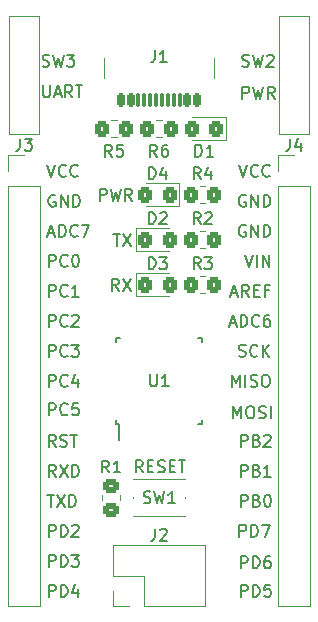
<source format=gbr>
%TF.GenerationSoftware,KiCad,Pcbnew,7.0.10*%
%TF.CreationDate,2024-02-12T16:57:49+10:00*%
%TF.ProjectId,devboard,64657662-6f61-4726-942e-6b696361645f,rev?*%
%TF.SameCoordinates,Original*%
%TF.FileFunction,Legend,Top*%
%TF.FilePolarity,Positive*%
%FSLAX46Y46*%
G04 Gerber Fmt 4.6, Leading zero omitted, Abs format (unit mm)*
G04 Created by KiCad (PCBNEW 7.0.10) date 2024-02-12 16:57:49*
%MOMM*%
%LPD*%
G01*
G04 APERTURE LIST*
G04 Aperture macros list*
%AMRoundRect*
0 Rectangle with rounded corners*
0 $1 Rounding radius*
0 $2 $3 $4 $5 $6 $7 $8 $9 X,Y pos of 4 corners*
0 Add a 4 corners polygon primitive as box body*
4,1,4,$2,$3,$4,$5,$6,$7,$8,$9,$2,$3,0*
0 Add four circle primitives for the rounded corners*
1,1,$1+$1,$2,$3*
1,1,$1+$1,$4,$5*
1,1,$1+$1,$6,$7*
1,1,$1+$1,$8,$9*
0 Add four rect primitives between the rounded corners*
20,1,$1+$1,$2,$3,$4,$5,0*
20,1,$1+$1,$4,$5,$6,$7,0*
20,1,$1+$1,$6,$7,$8,$9,0*
20,1,$1+$1,$8,$9,$2,$3,0*%
G04 Aperture macros list end*
%ADD10C,0.150000*%
%ADD11C,0.120000*%
%ADD12C,0.100000*%
%ADD13RoundRect,0.250000X0.350000X0.450000X-0.350000X0.450000X-0.350000X-0.450000X0.350000X-0.450000X0*%
%ADD14RoundRect,0.250000X-0.350000X-0.450000X0.350000X-0.450000X0.350000X0.450000X-0.350000X0.450000X0*%
%ADD15RoundRect,0.250000X0.325000X0.450000X-0.325000X0.450000X-0.325000X-0.450000X0.325000X-0.450000X0*%
%ADD16R,1.700000X1.700000*%
%ADD17O,1.700000X1.700000*%
%ADD18RoundRect,0.250000X-0.325000X-0.450000X0.325000X-0.450000X0.325000X0.450000X-0.325000X0.450000X0*%
%ADD19RoundRect,0.250000X0.450000X-0.350000X0.450000X0.350000X-0.450000X0.350000X-0.450000X-0.350000X0*%
%ADD20R,0.900000X1.000000*%
%ADD21C,1.600000*%
%ADD22R,0.550000X1.600000*%
%ADD23R,1.600000X0.550000*%
%ADD24C,0.650000*%
%ADD25RoundRect,0.150000X0.150000X0.425000X-0.150000X0.425000X-0.150000X-0.425000X0.150000X-0.425000X0*%
%ADD26RoundRect,0.075000X0.075000X0.500000X-0.075000X0.500000X-0.075000X-0.500000X0.075000X-0.500000X0*%
%ADD27O,1.000000X2.100000*%
%ADD28O,1.000000X1.800000*%
G04 APERTURE END LIST*
D10*
X170770779Y-127504819D02*
X170770779Y-126504819D01*
X170770779Y-126504819D02*
X171151731Y-126504819D01*
X171151731Y-126504819D02*
X171246969Y-126552438D01*
X171246969Y-126552438D02*
X171294588Y-126600057D01*
X171294588Y-126600057D02*
X171342207Y-126695295D01*
X171342207Y-126695295D02*
X171342207Y-126838152D01*
X171342207Y-126838152D02*
X171294588Y-126933390D01*
X171294588Y-126933390D02*
X171246969Y-126981009D01*
X171246969Y-126981009D02*
X171151731Y-127028628D01*
X171151731Y-127028628D02*
X170770779Y-127028628D01*
X171770779Y-127504819D02*
X171770779Y-126504819D01*
X171770779Y-126504819D02*
X172008874Y-126504819D01*
X172008874Y-126504819D02*
X172151731Y-126552438D01*
X172151731Y-126552438D02*
X172246969Y-126647676D01*
X172246969Y-126647676D02*
X172294588Y-126742914D01*
X172294588Y-126742914D02*
X172342207Y-126933390D01*
X172342207Y-126933390D02*
X172342207Y-127076247D01*
X172342207Y-127076247D02*
X172294588Y-127266723D01*
X172294588Y-127266723D02*
X172246969Y-127361961D01*
X172246969Y-127361961D02*
X172151731Y-127457200D01*
X172151731Y-127457200D02*
X172008874Y-127504819D01*
X172008874Y-127504819D02*
X171770779Y-127504819D01*
X173246969Y-126504819D02*
X172770779Y-126504819D01*
X172770779Y-126504819D02*
X172723160Y-126981009D01*
X172723160Y-126981009D02*
X172770779Y-126933390D01*
X172770779Y-126933390D02*
X172866017Y-126885771D01*
X172866017Y-126885771D02*
X173104112Y-126885771D01*
X173104112Y-126885771D02*
X173199350Y-126933390D01*
X173199350Y-126933390D02*
X173246969Y-126981009D01*
X173246969Y-126981009D02*
X173294588Y-127076247D01*
X173294588Y-127076247D02*
X173294588Y-127314342D01*
X173294588Y-127314342D02*
X173246969Y-127409580D01*
X173246969Y-127409580D02*
X173199350Y-127457200D01*
X173199350Y-127457200D02*
X173104112Y-127504819D01*
X173104112Y-127504819D02*
X172866017Y-127504819D01*
X172866017Y-127504819D02*
X172770779Y-127457200D01*
X172770779Y-127457200D02*
X172723160Y-127409580D01*
X170770779Y-125091819D02*
X170770779Y-124091819D01*
X170770779Y-124091819D02*
X171151731Y-124091819D01*
X171151731Y-124091819D02*
X171246969Y-124139438D01*
X171246969Y-124139438D02*
X171294588Y-124187057D01*
X171294588Y-124187057D02*
X171342207Y-124282295D01*
X171342207Y-124282295D02*
X171342207Y-124425152D01*
X171342207Y-124425152D02*
X171294588Y-124520390D01*
X171294588Y-124520390D02*
X171246969Y-124568009D01*
X171246969Y-124568009D02*
X171151731Y-124615628D01*
X171151731Y-124615628D02*
X170770779Y-124615628D01*
X171770779Y-125091819D02*
X171770779Y-124091819D01*
X171770779Y-124091819D02*
X172008874Y-124091819D01*
X172008874Y-124091819D02*
X172151731Y-124139438D01*
X172151731Y-124139438D02*
X172246969Y-124234676D01*
X172246969Y-124234676D02*
X172294588Y-124329914D01*
X172294588Y-124329914D02*
X172342207Y-124520390D01*
X172342207Y-124520390D02*
X172342207Y-124663247D01*
X172342207Y-124663247D02*
X172294588Y-124853723D01*
X172294588Y-124853723D02*
X172246969Y-124948961D01*
X172246969Y-124948961D02*
X172151731Y-125044200D01*
X172151731Y-125044200D02*
X172008874Y-125091819D01*
X172008874Y-125091819D02*
X171770779Y-125091819D01*
X173199350Y-124091819D02*
X173008874Y-124091819D01*
X173008874Y-124091819D02*
X172913636Y-124139438D01*
X172913636Y-124139438D02*
X172866017Y-124187057D01*
X172866017Y-124187057D02*
X172770779Y-124329914D01*
X172770779Y-124329914D02*
X172723160Y-124520390D01*
X172723160Y-124520390D02*
X172723160Y-124901342D01*
X172723160Y-124901342D02*
X172770779Y-124996580D01*
X172770779Y-124996580D02*
X172818398Y-125044200D01*
X172818398Y-125044200D02*
X172913636Y-125091819D01*
X172913636Y-125091819D02*
X173104112Y-125091819D01*
X173104112Y-125091819D02*
X173199350Y-125044200D01*
X173199350Y-125044200D02*
X173246969Y-124996580D01*
X173246969Y-124996580D02*
X173294588Y-124901342D01*
X173294588Y-124901342D02*
X173294588Y-124663247D01*
X173294588Y-124663247D02*
X173246969Y-124568009D01*
X173246969Y-124568009D02*
X173199350Y-124520390D01*
X173199350Y-124520390D02*
X173104112Y-124472771D01*
X173104112Y-124472771D02*
X172913636Y-124472771D01*
X172913636Y-124472771D02*
X172818398Y-124520390D01*
X172818398Y-124520390D02*
X172770779Y-124568009D01*
X172770779Y-124568009D02*
X172723160Y-124663247D01*
X170643779Y-122424819D02*
X170643779Y-121424819D01*
X170643779Y-121424819D02*
X171024731Y-121424819D01*
X171024731Y-121424819D02*
X171119969Y-121472438D01*
X171119969Y-121472438D02*
X171167588Y-121520057D01*
X171167588Y-121520057D02*
X171215207Y-121615295D01*
X171215207Y-121615295D02*
X171215207Y-121758152D01*
X171215207Y-121758152D02*
X171167588Y-121853390D01*
X171167588Y-121853390D02*
X171119969Y-121901009D01*
X171119969Y-121901009D02*
X171024731Y-121948628D01*
X171024731Y-121948628D02*
X170643779Y-121948628D01*
X171643779Y-122424819D02*
X171643779Y-121424819D01*
X171643779Y-121424819D02*
X171881874Y-121424819D01*
X171881874Y-121424819D02*
X172024731Y-121472438D01*
X172024731Y-121472438D02*
X172119969Y-121567676D01*
X172119969Y-121567676D02*
X172167588Y-121662914D01*
X172167588Y-121662914D02*
X172215207Y-121853390D01*
X172215207Y-121853390D02*
X172215207Y-121996247D01*
X172215207Y-121996247D02*
X172167588Y-122186723D01*
X172167588Y-122186723D02*
X172119969Y-122281961D01*
X172119969Y-122281961D02*
X172024731Y-122377200D01*
X172024731Y-122377200D02*
X171881874Y-122424819D01*
X171881874Y-122424819D02*
X171643779Y-122424819D01*
X172548541Y-121424819D02*
X173215207Y-121424819D01*
X173215207Y-121424819D02*
X172786636Y-122424819D01*
X170770779Y-119884819D02*
X170770779Y-118884819D01*
X170770779Y-118884819D02*
X171151731Y-118884819D01*
X171151731Y-118884819D02*
X171246969Y-118932438D01*
X171246969Y-118932438D02*
X171294588Y-118980057D01*
X171294588Y-118980057D02*
X171342207Y-119075295D01*
X171342207Y-119075295D02*
X171342207Y-119218152D01*
X171342207Y-119218152D02*
X171294588Y-119313390D01*
X171294588Y-119313390D02*
X171246969Y-119361009D01*
X171246969Y-119361009D02*
X171151731Y-119408628D01*
X171151731Y-119408628D02*
X170770779Y-119408628D01*
X172104112Y-119361009D02*
X172246969Y-119408628D01*
X172246969Y-119408628D02*
X172294588Y-119456247D01*
X172294588Y-119456247D02*
X172342207Y-119551485D01*
X172342207Y-119551485D02*
X172342207Y-119694342D01*
X172342207Y-119694342D02*
X172294588Y-119789580D01*
X172294588Y-119789580D02*
X172246969Y-119837200D01*
X172246969Y-119837200D02*
X172151731Y-119884819D01*
X172151731Y-119884819D02*
X171770779Y-119884819D01*
X171770779Y-119884819D02*
X171770779Y-118884819D01*
X171770779Y-118884819D02*
X172104112Y-118884819D01*
X172104112Y-118884819D02*
X172199350Y-118932438D01*
X172199350Y-118932438D02*
X172246969Y-118980057D01*
X172246969Y-118980057D02*
X172294588Y-119075295D01*
X172294588Y-119075295D02*
X172294588Y-119170533D01*
X172294588Y-119170533D02*
X172246969Y-119265771D01*
X172246969Y-119265771D02*
X172199350Y-119313390D01*
X172199350Y-119313390D02*
X172104112Y-119361009D01*
X172104112Y-119361009D02*
X171770779Y-119361009D01*
X172961255Y-118884819D02*
X173056493Y-118884819D01*
X173056493Y-118884819D02*
X173151731Y-118932438D01*
X173151731Y-118932438D02*
X173199350Y-118980057D01*
X173199350Y-118980057D02*
X173246969Y-119075295D01*
X173246969Y-119075295D02*
X173294588Y-119265771D01*
X173294588Y-119265771D02*
X173294588Y-119503866D01*
X173294588Y-119503866D02*
X173246969Y-119694342D01*
X173246969Y-119694342D02*
X173199350Y-119789580D01*
X173199350Y-119789580D02*
X173151731Y-119837200D01*
X173151731Y-119837200D02*
X173056493Y-119884819D01*
X173056493Y-119884819D02*
X172961255Y-119884819D01*
X172961255Y-119884819D02*
X172866017Y-119837200D01*
X172866017Y-119837200D02*
X172818398Y-119789580D01*
X172818398Y-119789580D02*
X172770779Y-119694342D01*
X172770779Y-119694342D02*
X172723160Y-119503866D01*
X172723160Y-119503866D02*
X172723160Y-119265771D01*
X172723160Y-119265771D02*
X172770779Y-119075295D01*
X172770779Y-119075295D02*
X172818398Y-118980057D01*
X172818398Y-118980057D02*
X172866017Y-118932438D01*
X172866017Y-118932438D02*
X172961255Y-118884819D01*
X170770779Y-117344819D02*
X170770779Y-116344819D01*
X170770779Y-116344819D02*
X171151731Y-116344819D01*
X171151731Y-116344819D02*
X171246969Y-116392438D01*
X171246969Y-116392438D02*
X171294588Y-116440057D01*
X171294588Y-116440057D02*
X171342207Y-116535295D01*
X171342207Y-116535295D02*
X171342207Y-116678152D01*
X171342207Y-116678152D02*
X171294588Y-116773390D01*
X171294588Y-116773390D02*
X171246969Y-116821009D01*
X171246969Y-116821009D02*
X171151731Y-116868628D01*
X171151731Y-116868628D02*
X170770779Y-116868628D01*
X172104112Y-116821009D02*
X172246969Y-116868628D01*
X172246969Y-116868628D02*
X172294588Y-116916247D01*
X172294588Y-116916247D02*
X172342207Y-117011485D01*
X172342207Y-117011485D02*
X172342207Y-117154342D01*
X172342207Y-117154342D02*
X172294588Y-117249580D01*
X172294588Y-117249580D02*
X172246969Y-117297200D01*
X172246969Y-117297200D02*
X172151731Y-117344819D01*
X172151731Y-117344819D02*
X171770779Y-117344819D01*
X171770779Y-117344819D02*
X171770779Y-116344819D01*
X171770779Y-116344819D02*
X172104112Y-116344819D01*
X172104112Y-116344819D02*
X172199350Y-116392438D01*
X172199350Y-116392438D02*
X172246969Y-116440057D01*
X172246969Y-116440057D02*
X172294588Y-116535295D01*
X172294588Y-116535295D02*
X172294588Y-116630533D01*
X172294588Y-116630533D02*
X172246969Y-116725771D01*
X172246969Y-116725771D02*
X172199350Y-116773390D01*
X172199350Y-116773390D02*
X172104112Y-116821009D01*
X172104112Y-116821009D02*
X171770779Y-116821009D01*
X173294588Y-117344819D02*
X172723160Y-117344819D01*
X173008874Y-117344819D02*
X173008874Y-116344819D01*
X173008874Y-116344819D02*
X172913636Y-116487676D01*
X172913636Y-116487676D02*
X172818398Y-116582914D01*
X172818398Y-116582914D02*
X172723160Y-116630533D01*
X170770779Y-114804819D02*
X170770779Y-113804819D01*
X170770779Y-113804819D02*
X171151731Y-113804819D01*
X171151731Y-113804819D02*
X171246969Y-113852438D01*
X171246969Y-113852438D02*
X171294588Y-113900057D01*
X171294588Y-113900057D02*
X171342207Y-113995295D01*
X171342207Y-113995295D02*
X171342207Y-114138152D01*
X171342207Y-114138152D02*
X171294588Y-114233390D01*
X171294588Y-114233390D02*
X171246969Y-114281009D01*
X171246969Y-114281009D02*
X171151731Y-114328628D01*
X171151731Y-114328628D02*
X170770779Y-114328628D01*
X172104112Y-114281009D02*
X172246969Y-114328628D01*
X172246969Y-114328628D02*
X172294588Y-114376247D01*
X172294588Y-114376247D02*
X172342207Y-114471485D01*
X172342207Y-114471485D02*
X172342207Y-114614342D01*
X172342207Y-114614342D02*
X172294588Y-114709580D01*
X172294588Y-114709580D02*
X172246969Y-114757200D01*
X172246969Y-114757200D02*
X172151731Y-114804819D01*
X172151731Y-114804819D02*
X171770779Y-114804819D01*
X171770779Y-114804819D02*
X171770779Y-113804819D01*
X171770779Y-113804819D02*
X172104112Y-113804819D01*
X172104112Y-113804819D02*
X172199350Y-113852438D01*
X172199350Y-113852438D02*
X172246969Y-113900057D01*
X172246969Y-113900057D02*
X172294588Y-113995295D01*
X172294588Y-113995295D02*
X172294588Y-114090533D01*
X172294588Y-114090533D02*
X172246969Y-114185771D01*
X172246969Y-114185771D02*
X172199350Y-114233390D01*
X172199350Y-114233390D02*
X172104112Y-114281009D01*
X172104112Y-114281009D02*
X171770779Y-114281009D01*
X172723160Y-113900057D02*
X172770779Y-113852438D01*
X172770779Y-113852438D02*
X172866017Y-113804819D01*
X172866017Y-113804819D02*
X173104112Y-113804819D01*
X173104112Y-113804819D02*
X173199350Y-113852438D01*
X173199350Y-113852438D02*
X173246969Y-113900057D01*
X173246969Y-113900057D02*
X173294588Y-113995295D01*
X173294588Y-113995295D02*
X173294588Y-114090533D01*
X173294588Y-114090533D02*
X173246969Y-114233390D01*
X173246969Y-114233390D02*
X172675541Y-114804819D01*
X172675541Y-114804819D02*
X173294588Y-114804819D01*
X170135779Y-112391819D02*
X170135779Y-111391819D01*
X170135779Y-111391819D02*
X170469112Y-112106104D01*
X170469112Y-112106104D02*
X170802445Y-111391819D01*
X170802445Y-111391819D02*
X170802445Y-112391819D01*
X171469112Y-111391819D02*
X171659588Y-111391819D01*
X171659588Y-111391819D02*
X171754826Y-111439438D01*
X171754826Y-111439438D02*
X171850064Y-111534676D01*
X171850064Y-111534676D02*
X171897683Y-111725152D01*
X171897683Y-111725152D02*
X171897683Y-112058485D01*
X171897683Y-112058485D02*
X171850064Y-112248961D01*
X171850064Y-112248961D02*
X171754826Y-112344200D01*
X171754826Y-112344200D02*
X171659588Y-112391819D01*
X171659588Y-112391819D02*
X171469112Y-112391819D01*
X171469112Y-112391819D02*
X171373874Y-112344200D01*
X171373874Y-112344200D02*
X171278636Y-112248961D01*
X171278636Y-112248961D02*
X171231017Y-112058485D01*
X171231017Y-112058485D02*
X171231017Y-111725152D01*
X171231017Y-111725152D02*
X171278636Y-111534676D01*
X171278636Y-111534676D02*
X171373874Y-111439438D01*
X171373874Y-111439438D02*
X171469112Y-111391819D01*
X172278636Y-112344200D02*
X172421493Y-112391819D01*
X172421493Y-112391819D02*
X172659588Y-112391819D01*
X172659588Y-112391819D02*
X172754826Y-112344200D01*
X172754826Y-112344200D02*
X172802445Y-112296580D01*
X172802445Y-112296580D02*
X172850064Y-112201342D01*
X172850064Y-112201342D02*
X172850064Y-112106104D01*
X172850064Y-112106104D02*
X172802445Y-112010866D01*
X172802445Y-112010866D02*
X172754826Y-111963247D01*
X172754826Y-111963247D02*
X172659588Y-111915628D01*
X172659588Y-111915628D02*
X172469112Y-111868009D01*
X172469112Y-111868009D02*
X172373874Y-111820390D01*
X172373874Y-111820390D02*
X172326255Y-111772771D01*
X172326255Y-111772771D02*
X172278636Y-111677533D01*
X172278636Y-111677533D02*
X172278636Y-111582295D01*
X172278636Y-111582295D02*
X172326255Y-111487057D01*
X172326255Y-111487057D02*
X172373874Y-111439438D01*
X172373874Y-111439438D02*
X172469112Y-111391819D01*
X172469112Y-111391819D02*
X172707207Y-111391819D01*
X172707207Y-111391819D02*
X172850064Y-111439438D01*
X173278636Y-112391819D02*
X173278636Y-111391819D01*
X170008779Y-109724819D02*
X170008779Y-108724819D01*
X170008779Y-108724819D02*
X170342112Y-109439104D01*
X170342112Y-109439104D02*
X170675445Y-108724819D01*
X170675445Y-108724819D02*
X170675445Y-109724819D01*
X171151636Y-109724819D02*
X171151636Y-108724819D01*
X171580207Y-109677200D02*
X171723064Y-109724819D01*
X171723064Y-109724819D02*
X171961159Y-109724819D01*
X171961159Y-109724819D02*
X172056397Y-109677200D01*
X172056397Y-109677200D02*
X172104016Y-109629580D01*
X172104016Y-109629580D02*
X172151635Y-109534342D01*
X172151635Y-109534342D02*
X172151635Y-109439104D01*
X172151635Y-109439104D02*
X172104016Y-109343866D01*
X172104016Y-109343866D02*
X172056397Y-109296247D01*
X172056397Y-109296247D02*
X171961159Y-109248628D01*
X171961159Y-109248628D02*
X171770683Y-109201009D01*
X171770683Y-109201009D02*
X171675445Y-109153390D01*
X171675445Y-109153390D02*
X171627826Y-109105771D01*
X171627826Y-109105771D02*
X171580207Y-109010533D01*
X171580207Y-109010533D02*
X171580207Y-108915295D01*
X171580207Y-108915295D02*
X171627826Y-108820057D01*
X171627826Y-108820057D02*
X171675445Y-108772438D01*
X171675445Y-108772438D02*
X171770683Y-108724819D01*
X171770683Y-108724819D02*
X172008778Y-108724819D01*
X172008778Y-108724819D02*
X172151635Y-108772438D01*
X172770683Y-108724819D02*
X172961159Y-108724819D01*
X172961159Y-108724819D02*
X173056397Y-108772438D01*
X173056397Y-108772438D02*
X173151635Y-108867676D01*
X173151635Y-108867676D02*
X173199254Y-109058152D01*
X173199254Y-109058152D02*
X173199254Y-109391485D01*
X173199254Y-109391485D02*
X173151635Y-109581961D01*
X173151635Y-109581961D02*
X173056397Y-109677200D01*
X173056397Y-109677200D02*
X172961159Y-109724819D01*
X172961159Y-109724819D02*
X172770683Y-109724819D01*
X172770683Y-109724819D02*
X172675445Y-109677200D01*
X172675445Y-109677200D02*
X172580207Y-109581961D01*
X172580207Y-109581961D02*
X172532588Y-109391485D01*
X172532588Y-109391485D02*
X172532588Y-109058152D01*
X172532588Y-109058152D02*
X172580207Y-108867676D01*
X172580207Y-108867676D02*
X172675445Y-108772438D01*
X172675445Y-108772438D02*
X172770683Y-108724819D01*
X170596160Y-107137200D02*
X170739017Y-107184819D01*
X170739017Y-107184819D02*
X170977112Y-107184819D01*
X170977112Y-107184819D02*
X171072350Y-107137200D01*
X171072350Y-107137200D02*
X171119969Y-107089580D01*
X171119969Y-107089580D02*
X171167588Y-106994342D01*
X171167588Y-106994342D02*
X171167588Y-106899104D01*
X171167588Y-106899104D02*
X171119969Y-106803866D01*
X171119969Y-106803866D02*
X171072350Y-106756247D01*
X171072350Y-106756247D02*
X170977112Y-106708628D01*
X170977112Y-106708628D02*
X170786636Y-106661009D01*
X170786636Y-106661009D02*
X170691398Y-106613390D01*
X170691398Y-106613390D02*
X170643779Y-106565771D01*
X170643779Y-106565771D02*
X170596160Y-106470533D01*
X170596160Y-106470533D02*
X170596160Y-106375295D01*
X170596160Y-106375295D02*
X170643779Y-106280057D01*
X170643779Y-106280057D02*
X170691398Y-106232438D01*
X170691398Y-106232438D02*
X170786636Y-106184819D01*
X170786636Y-106184819D02*
X171024731Y-106184819D01*
X171024731Y-106184819D02*
X171167588Y-106232438D01*
X172167588Y-107089580D02*
X172119969Y-107137200D01*
X172119969Y-107137200D02*
X171977112Y-107184819D01*
X171977112Y-107184819D02*
X171881874Y-107184819D01*
X171881874Y-107184819D02*
X171739017Y-107137200D01*
X171739017Y-107137200D02*
X171643779Y-107041961D01*
X171643779Y-107041961D02*
X171596160Y-106946723D01*
X171596160Y-106946723D02*
X171548541Y-106756247D01*
X171548541Y-106756247D02*
X171548541Y-106613390D01*
X171548541Y-106613390D02*
X171596160Y-106422914D01*
X171596160Y-106422914D02*
X171643779Y-106327676D01*
X171643779Y-106327676D02*
X171739017Y-106232438D01*
X171739017Y-106232438D02*
X171881874Y-106184819D01*
X171881874Y-106184819D02*
X171977112Y-106184819D01*
X171977112Y-106184819D02*
X172119969Y-106232438D01*
X172119969Y-106232438D02*
X172167588Y-106280057D01*
X172596160Y-107184819D02*
X172596160Y-106184819D01*
X173167588Y-107184819D02*
X172739017Y-106613390D01*
X173167588Y-106184819D02*
X172596160Y-106756247D01*
X169834160Y-104359104D02*
X170310350Y-104359104D01*
X169738922Y-104644819D02*
X170072255Y-103644819D01*
X170072255Y-103644819D02*
X170405588Y-104644819D01*
X170738922Y-104644819D02*
X170738922Y-103644819D01*
X170738922Y-103644819D02*
X170977017Y-103644819D01*
X170977017Y-103644819D02*
X171119874Y-103692438D01*
X171119874Y-103692438D02*
X171215112Y-103787676D01*
X171215112Y-103787676D02*
X171262731Y-103882914D01*
X171262731Y-103882914D02*
X171310350Y-104073390D01*
X171310350Y-104073390D02*
X171310350Y-104216247D01*
X171310350Y-104216247D02*
X171262731Y-104406723D01*
X171262731Y-104406723D02*
X171215112Y-104501961D01*
X171215112Y-104501961D02*
X171119874Y-104597200D01*
X171119874Y-104597200D02*
X170977017Y-104644819D01*
X170977017Y-104644819D02*
X170738922Y-104644819D01*
X172310350Y-104549580D02*
X172262731Y-104597200D01*
X172262731Y-104597200D02*
X172119874Y-104644819D01*
X172119874Y-104644819D02*
X172024636Y-104644819D01*
X172024636Y-104644819D02*
X171881779Y-104597200D01*
X171881779Y-104597200D02*
X171786541Y-104501961D01*
X171786541Y-104501961D02*
X171738922Y-104406723D01*
X171738922Y-104406723D02*
X171691303Y-104216247D01*
X171691303Y-104216247D02*
X171691303Y-104073390D01*
X171691303Y-104073390D02*
X171738922Y-103882914D01*
X171738922Y-103882914D02*
X171786541Y-103787676D01*
X171786541Y-103787676D02*
X171881779Y-103692438D01*
X171881779Y-103692438D02*
X172024636Y-103644819D01*
X172024636Y-103644819D02*
X172119874Y-103644819D01*
X172119874Y-103644819D02*
X172262731Y-103692438D01*
X172262731Y-103692438D02*
X172310350Y-103740057D01*
X173167493Y-103644819D02*
X172977017Y-103644819D01*
X172977017Y-103644819D02*
X172881779Y-103692438D01*
X172881779Y-103692438D02*
X172834160Y-103740057D01*
X172834160Y-103740057D02*
X172738922Y-103882914D01*
X172738922Y-103882914D02*
X172691303Y-104073390D01*
X172691303Y-104073390D02*
X172691303Y-104454342D01*
X172691303Y-104454342D02*
X172738922Y-104549580D01*
X172738922Y-104549580D02*
X172786541Y-104597200D01*
X172786541Y-104597200D02*
X172881779Y-104644819D01*
X172881779Y-104644819D02*
X173072255Y-104644819D01*
X173072255Y-104644819D02*
X173167493Y-104597200D01*
X173167493Y-104597200D02*
X173215112Y-104549580D01*
X173215112Y-104549580D02*
X173262731Y-104454342D01*
X173262731Y-104454342D02*
X173262731Y-104216247D01*
X173262731Y-104216247D02*
X173215112Y-104121009D01*
X173215112Y-104121009D02*
X173167493Y-104073390D01*
X173167493Y-104073390D02*
X173072255Y-104025771D01*
X173072255Y-104025771D02*
X172881779Y-104025771D01*
X172881779Y-104025771D02*
X172786541Y-104073390D01*
X172786541Y-104073390D02*
X172738922Y-104121009D01*
X172738922Y-104121009D02*
X172691303Y-104216247D01*
X169961160Y-101819104D02*
X170437350Y-101819104D01*
X169865922Y-102104819D02*
X170199255Y-101104819D01*
X170199255Y-101104819D02*
X170532588Y-102104819D01*
X171437350Y-102104819D02*
X171104017Y-101628628D01*
X170865922Y-102104819D02*
X170865922Y-101104819D01*
X170865922Y-101104819D02*
X171246874Y-101104819D01*
X171246874Y-101104819D02*
X171342112Y-101152438D01*
X171342112Y-101152438D02*
X171389731Y-101200057D01*
X171389731Y-101200057D02*
X171437350Y-101295295D01*
X171437350Y-101295295D02*
X171437350Y-101438152D01*
X171437350Y-101438152D02*
X171389731Y-101533390D01*
X171389731Y-101533390D02*
X171342112Y-101581009D01*
X171342112Y-101581009D02*
X171246874Y-101628628D01*
X171246874Y-101628628D02*
X170865922Y-101628628D01*
X171865922Y-101581009D02*
X172199255Y-101581009D01*
X172342112Y-102104819D02*
X171865922Y-102104819D01*
X171865922Y-102104819D02*
X171865922Y-101104819D01*
X171865922Y-101104819D02*
X172342112Y-101104819D01*
X173104017Y-101581009D02*
X172770684Y-101581009D01*
X172770684Y-102104819D02*
X172770684Y-101104819D01*
X172770684Y-101104819D02*
X173246874Y-101104819D01*
X171135922Y-98564819D02*
X171469255Y-99564819D01*
X171469255Y-99564819D02*
X171802588Y-98564819D01*
X172135922Y-99564819D02*
X172135922Y-98564819D01*
X172612112Y-99564819D02*
X172612112Y-98564819D01*
X172612112Y-98564819D02*
X173183540Y-99564819D01*
X173183540Y-99564819D02*
X173183540Y-98564819D01*
X171167588Y-96072438D02*
X171072350Y-96024819D01*
X171072350Y-96024819D02*
X170929493Y-96024819D01*
X170929493Y-96024819D02*
X170786636Y-96072438D01*
X170786636Y-96072438D02*
X170691398Y-96167676D01*
X170691398Y-96167676D02*
X170643779Y-96262914D01*
X170643779Y-96262914D02*
X170596160Y-96453390D01*
X170596160Y-96453390D02*
X170596160Y-96596247D01*
X170596160Y-96596247D02*
X170643779Y-96786723D01*
X170643779Y-96786723D02*
X170691398Y-96881961D01*
X170691398Y-96881961D02*
X170786636Y-96977200D01*
X170786636Y-96977200D02*
X170929493Y-97024819D01*
X170929493Y-97024819D02*
X171024731Y-97024819D01*
X171024731Y-97024819D02*
X171167588Y-96977200D01*
X171167588Y-96977200D02*
X171215207Y-96929580D01*
X171215207Y-96929580D02*
X171215207Y-96596247D01*
X171215207Y-96596247D02*
X171024731Y-96596247D01*
X171643779Y-97024819D02*
X171643779Y-96024819D01*
X171643779Y-96024819D02*
X172215207Y-97024819D01*
X172215207Y-97024819D02*
X172215207Y-96024819D01*
X172691398Y-97024819D02*
X172691398Y-96024819D01*
X172691398Y-96024819D02*
X172929493Y-96024819D01*
X172929493Y-96024819D02*
X173072350Y-96072438D01*
X173072350Y-96072438D02*
X173167588Y-96167676D01*
X173167588Y-96167676D02*
X173215207Y-96262914D01*
X173215207Y-96262914D02*
X173262826Y-96453390D01*
X173262826Y-96453390D02*
X173262826Y-96596247D01*
X173262826Y-96596247D02*
X173215207Y-96786723D01*
X173215207Y-96786723D02*
X173167588Y-96881961D01*
X173167588Y-96881961D02*
X173072350Y-96977200D01*
X173072350Y-96977200D02*
X172929493Y-97024819D01*
X172929493Y-97024819D02*
X172691398Y-97024819D01*
X171167588Y-93532438D02*
X171072350Y-93484819D01*
X171072350Y-93484819D02*
X170929493Y-93484819D01*
X170929493Y-93484819D02*
X170786636Y-93532438D01*
X170786636Y-93532438D02*
X170691398Y-93627676D01*
X170691398Y-93627676D02*
X170643779Y-93722914D01*
X170643779Y-93722914D02*
X170596160Y-93913390D01*
X170596160Y-93913390D02*
X170596160Y-94056247D01*
X170596160Y-94056247D02*
X170643779Y-94246723D01*
X170643779Y-94246723D02*
X170691398Y-94341961D01*
X170691398Y-94341961D02*
X170786636Y-94437200D01*
X170786636Y-94437200D02*
X170929493Y-94484819D01*
X170929493Y-94484819D02*
X171024731Y-94484819D01*
X171024731Y-94484819D02*
X171167588Y-94437200D01*
X171167588Y-94437200D02*
X171215207Y-94389580D01*
X171215207Y-94389580D02*
X171215207Y-94056247D01*
X171215207Y-94056247D02*
X171024731Y-94056247D01*
X171643779Y-94484819D02*
X171643779Y-93484819D01*
X171643779Y-93484819D02*
X172215207Y-94484819D01*
X172215207Y-94484819D02*
X172215207Y-93484819D01*
X172691398Y-94484819D02*
X172691398Y-93484819D01*
X172691398Y-93484819D02*
X172929493Y-93484819D01*
X172929493Y-93484819D02*
X173072350Y-93532438D01*
X173072350Y-93532438D02*
X173167588Y-93627676D01*
X173167588Y-93627676D02*
X173215207Y-93722914D01*
X173215207Y-93722914D02*
X173262826Y-93913390D01*
X173262826Y-93913390D02*
X173262826Y-94056247D01*
X173262826Y-94056247D02*
X173215207Y-94246723D01*
X173215207Y-94246723D02*
X173167588Y-94341961D01*
X173167588Y-94341961D02*
X173072350Y-94437200D01*
X173072350Y-94437200D02*
X172929493Y-94484819D01*
X172929493Y-94484819D02*
X172691398Y-94484819D01*
X155038588Y-93532438D02*
X154943350Y-93484819D01*
X154943350Y-93484819D02*
X154800493Y-93484819D01*
X154800493Y-93484819D02*
X154657636Y-93532438D01*
X154657636Y-93532438D02*
X154562398Y-93627676D01*
X154562398Y-93627676D02*
X154514779Y-93722914D01*
X154514779Y-93722914D02*
X154467160Y-93913390D01*
X154467160Y-93913390D02*
X154467160Y-94056247D01*
X154467160Y-94056247D02*
X154514779Y-94246723D01*
X154514779Y-94246723D02*
X154562398Y-94341961D01*
X154562398Y-94341961D02*
X154657636Y-94437200D01*
X154657636Y-94437200D02*
X154800493Y-94484819D01*
X154800493Y-94484819D02*
X154895731Y-94484819D01*
X154895731Y-94484819D02*
X155038588Y-94437200D01*
X155038588Y-94437200D02*
X155086207Y-94389580D01*
X155086207Y-94389580D02*
X155086207Y-94056247D01*
X155086207Y-94056247D02*
X154895731Y-94056247D01*
X155514779Y-94484819D02*
X155514779Y-93484819D01*
X155514779Y-93484819D02*
X156086207Y-94484819D01*
X156086207Y-94484819D02*
X156086207Y-93484819D01*
X156562398Y-94484819D02*
X156562398Y-93484819D01*
X156562398Y-93484819D02*
X156800493Y-93484819D01*
X156800493Y-93484819D02*
X156943350Y-93532438D01*
X156943350Y-93532438D02*
X157038588Y-93627676D01*
X157038588Y-93627676D02*
X157086207Y-93722914D01*
X157086207Y-93722914D02*
X157133826Y-93913390D01*
X157133826Y-93913390D02*
X157133826Y-94056247D01*
X157133826Y-94056247D02*
X157086207Y-94246723D01*
X157086207Y-94246723D02*
X157038588Y-94341961D01*
X157038588Y-94341961D02*
X156943350Y-94437200D01*
X156943350Y-94437200D02*
X156800493Y-94484819D01*
X156800493Y-94484819D02*
X156562398Y-94484819D01*
X170627922Y-90944819D02*
X170961255Y-91944819D01*
X170961255Y-91944819D02*
X171294588Y-90944819D01*
X172199350Y-91849580D02*
X172151731Y-91897200D01*
X172151731Y-91897200D02*
X172008874Y-91944819D01*
X172008874Y-91944819D02*
X171913636Y-91944819D01*
X171913636Y-91944819D02*
X171770779Y-91897200D01*
X171770779Y-91897200D02*
X171675541Y-91801961D01*
X171675541Y-91801961D02*
X171627922Y-91706723D01*
X171627922Y-91706723D02*
X171580303Y-91516247D01*
X171580303Y-91516247D02*
X171580303Y-91373390D01*
X171580303Y-91373390D02*
X171627922Y-91182914D01*
X171627922Y-91182914D02*
X171675541Y-91087676D01*
X171675541Y-91087676D02*
X171770779Y-90992438D01*
X171770779Y-90992438D02*
X171913636Y-90944819D01*
X171913636Y-90944819D02*
X172008874Y-90944819D01*
X172008874Y-90944819D02*
X172151731Y-90992438D01*
X172151731Y-90992438D02*
X172199350Y-91040057D01*
X173199350Y-91849580D02*
X173151731Y-91897200D01*
X173151731Y-91897200D02*
X173008874Y-91944819D01*
X173008874Y-91944819D02*
X172913636Y-91944819D01*
X172913636Y-91944819D02*
X172770779Y-91897200D01*
X172770779Y-91897200D02*
X172675541Y-91801961D01*
X172675541Y-91801961D02*
X172627922Y-91706723D01*
X172627922Y-91706723D02*
X172580303Y-91516247D01*
X172580303Y-91516247D02*
X172580303Y-91373390D01*
X172580303Y-91373390D02*
X172627922Y-91182914D01*
X172627922Y-91182914D02*
X172675541Y-91087676D01*
X172675541Y-91087676D02*
X172770779Y-90992438D01*
X172770779Y-90992438D02*
X172913636Y-90944819D01*
X172913636Y-90944819D02*
X173008874Y-90944819D01*
X173008874Y-90944819D02*
X173151731Y-90992438D01*
X173151731Y-90992438D02*
X173199350Y-91040057D01*
X154514779Y-127504819D02*
X154514779Y-126504819D01*
X154514779Y-126504819D02*
X154895731Y-126504819D01*
X154895731Y-126504819D02*
X154990969Y-126552438D01*
X154990969Y-126552438D02*
X155038588Y-126600057D01*
X155038588Y-126600057D02*
X155086207Y-126695295D01*
X155086207Y-126695295D02*
X155086207Y-126838152D01*
X155086207Y-126838152D02*
X155038588Y-126933390D01*
X155038588Y-126933390D02*
X154990969Y-126981009D01*
X154990969Y-126981009D02*
X154895731Y-127028628D01*
X154895731Y-127028628D02*
X154514779Y-127028628D01*
X155514779Y-127504819D02*
X155514779Y-126504819D01*
X155514779Y-126504819D02*
X155752874Y-126504819D01*
X155752874Y-126504819D02*
X155895731Y-126552438D01*
X155895731Y-126552438D02*
X155990969Y-126647676D01*
X155990969Y-126647676D02*
X156038588Y-126742914D01*
X156038588Y-126742914D02*
X156086207Y-126933390D01*
X156086207Y-126933390D02*
X156086207Y-127076247D01*
X156086207Y-127076247D02*
X156038588Y-127266723D01*
X156038588Y-127266723D02*
X155990969Y-127361961D01*
X155990969Y-127361961D02*
X155895731Y-127457200D01*
X155895731Y-127457200D02*
X155752874Y-127504819D01*
X155752874Y-127504819D02*
X155514779Y-127504819D01*
X156943350Y-126838152D02*
X156943350Y-127504819D01*
X156705255Y-126457200D02*
X156467160Y-127171485D01*
X156467160Y-127171485D02*
X157086207Y-127171485D01*
X154514779Y-124964819D02*
X154514779Y-123964819D01*
X154514779Y-123964819D02*
X154895731Y-123964819D01*
X154895731Y-123964819D02*
X154990969Y-124012438D01*
X154990969Y-124012438D02*
X155038588Y-124060057D01*
X155038588Y-124060057D02*
X155086207Y-124155295D01*
X155086207Y-124155295D02*
X155086207Y-124298152D01*
X155086207Y-124298152D02*
X155038588Y-124393390D01*
X155038588Y-124393390D02*
X154990969Y-124441009D01*
X154990969Y-124441009D02*
X154895731Y-124488628D01*
X154895731Y-124488628D02*
X154514779Y-124488628D01*
X155514779Y-124964819D02*
X155514779Y-123964819D01*
X155514779Y-123964819D02*
X155752874Y-123964819D01*
X155752874Y-123964819D02*
X155895731Y-124012438D01*
X155895731Y-124012438D02*
X155990969Y-124107676D01*
X155990969Y-124107676D02*
X156038588Y-124202914D01*
X156038588Y-124202914D02*
X156086207Y-124393390D01*
X156086207Y-124393390D02*
X156086207Y-124536247D01*
X156086207Y-124536247D02*
X156038588Y-124726723D01*
X156038588Y-124726723D02*
X155990969Y-124821961D01*
X155990969Y-124821961D02*
X155895731Y-124917200D01*
X155895731Y-124917200D02*
X155752874Y-124964819D01*
X155752874Y-124964819D02*
X155514779Y-124964819D01*
X156419541Y-123964819D02*
X157038588Y-123964819D01*
X157038588Y-123964819D02*
X156705255Y-124345771D01*
X156705255Y-124345771D02*
X156848112Y-124345771D01*
X156848112Y-124345771D02*
X156943350Y-124393390D01*
X156943350Y-124393390D02*
X156990969Y-124441009D01*
X156990969Y-124441009D02*
X157038588Y-124536247D01*
X157038588Y-124536247D02*
X157038588Y-124774342D01*
X157038588Y-124774342D02*
X156990969Y-124869580D01*
X156990969Y-124869580D02*
X156943350Y-124917200D01*
X156943350Y-124917200D02*
X156848112Y-124964819D01*
X156848112Y-124964819D02*
X156562398Y-124964819D01*
X156562398Y-124964819D02*
X156467160Y-124917200D01*
X156467160Y-124917200D02*
X156419541Y-124869580D01*
X154514779Y-122424819D02*
X154514779Y-121424819D01*
X154514779Y-121424819D02*
X154895731Y-121424819D01*
X154895731Y-121424819D02*
X154990969Y-121472438D01*
X154990969Y-121472438D02*
X155038588Y-121520057D01*
X155038588Y-121520057D02*
X155086207Y-121615295D01*
X155086207Y-121615295D02*
X155086207Y-121758152D01*
X155086207Y-121758152D02*
X155038588Y-121853390D01*
X155038588Y-121853390D02*
X154990969Y-121901009D01*
X154990969Y-121901009D02*
X154895731Y-121948628D01*
X154895731Y-121948628D02*
X154514779Y-121948628D01*
X155514779Y-122424819D02*
X155514779Y-121424819D01*
X155514779Y-121424819D02*
X155752874Y-121424819D01*
X155752874Y-121424819D02*
X155895731Y-121472438D01*
X155895731Y-121472438D02*
X155990969Y-121567676D01*
X155990969Y-121567676D02*
X156038588Y-121662914D01*
X156038588Y-121662914D02*
X156086207Y-121853390D01*
X156086207Y-121853390D02*
X156086207Y-121996247D01*
X156086207Y-121996247D02*
X156038588Y-122186723D01*
X156038588Y-122186723D02*
X155990969Y-122281961D01*
X155990969Y-122281961D02*
X155895731Y-122377200D01*
X155895731Y-122377200D02*
X155752874Y-122424819D01*
X155752874Y-122424819D02*
X155514779Y-122424819D01*
X156467160Y-121520057D02*
X156514779Y-121472438D01*
X156514779Y-121472438D02*
X156610017Y-121424819D01*
X156610017Y-121424819D02*
X156848112Y-121424819D01*
X156848112Y-121424819D02*
X156943350Y-121472438D01*
X156943350Y-121472438D02*
X156990969Y-121520057D01*
X156990969Y-121520057D02*
X157038588Y-121615295D01*
X157038588Y-121615295D02*
X157038588Y-121710533D01*
X157038588Y-121710533D02*
X156990969Y-121853390D01*
X156990969Y-121853390D02*
X156419541Y-122424819D01*
X156419541Y-122424819D02*
X157038588Y-122424819D01*
X154371922Y-118884819D02*
X154943350Y-118884819D01*
X154657636Y-119884819D02*
X154657636Y-118884819D01*
X155181446Y-118884819D02*
X155848112Y-119884819D01*
X155848112Y-118884819D02*
X155181446Y-119884819D01*
X156229065Y-119884819D02*
X156229065Y-118884819D01*
X156229065Y-118884819D02*
X156467160Y-118884819D01*
X156467160Y-118884819D02*
X156610017Y-118932438D01*
X156610017Y-118932438D02*
X156705255Y-119027676D01*
X156705255Y-119027676D02*
X156752874Y-119122914D01*
X156752874Y-119122914D02*
X156800493Y-119313390D01*
X156800493Y-119313390D02*
X156800493Y-119456247D01*
X156800493Y-119456247D02*
X156752874Y-119646723D01*
X156752874Y-119646723D02*
X156705255Y-119741961D01*
X156705255Y-119741961D02*
X156610017Y-119837200D01*
X156610017Y-119837200D02*
X156467160Y-119884819D01*
X156467160Y-119884819D02*
X156229065Y-119884819D01*
X155086207Y-117344819D02*
X154752874Y-116868628D01*
X154514779Y-117344819D02*
X154514779Y-116344819D01*
X154514779Y-116344819D02*
X154895731Y-116344819D01*
X154895731Y-116344819D02*
X154990969Y-116392438D01*
X154990969Y-116392438D02*
X155038588Y-116440057D01*
X155038588Y-116440057D02*
X155086207Y-116535295D01*
X155086207Y-116535295D02*
X155086207Y-116678152D01*
X155086207Y-116678152D02*
X155038588Y-116773390D01*
X155038588Y-116773390D02*
X154990969Y-116821009D01*
X154990969Y-116821009D02*
X154895731Y-116868628D01*
X154895731Y-116868628D02*
X154514779Y-116868628D01*
X155419541Y-116344819D02*
X156086207Y-117344819D01*
X156086207Y-116344819D02*
X155419541Y-117344819D01*
X156467160Y-117344819D02*
X156467160Y-116344819D01*
X156467160Y-116344819D02*
X156705255Y-116344819D01*
X156705255Y-116344819D02*
X156848112Y-116392438D01*
X156848112Y-116392438D02*
X156943350Y-116487676D01*
X156943350Y-116487676D02*
X156990969Y-116582914D01*
X156990969Y-116582914D02*
X157038588Y-116773390D01*
X157038588Y-116773390D02*
X157038588Y-116916247D01*
X157038588Y-116916247D02*
X156990969Y-117106723D01*
X156990969Y-117106723D02*
X156943350Y-117201961D01*
X156943350Y-117201961D02*
X156848112Y-117297200D01*
X156848112Y-117297200D02*
X156705255Y-117344819D01*
X156705255Y-117344819D02*
X156467160Y-117344819D01*
X155086207Y-114804819D02*
X154752874Y-114328628D01*
X154514779Y-114804819D02*
X154514779Y-113804819D01*
X154514779Y-113804819D02*
X154895731Y-113804819D01*
X154895731Y-113804819D02*
X154990969Y-113852438D01*
X154990969Y-113852438D02*
X155038588Y-113900057D01*
X155038588Y-113900057D02*
X155086207Y-113995295D01*
X155086207Y-113995295D02*
X155086207Y-114138152D01*
X155086207Y-114138152D02*
X155038588Y-114233390D01*
X155038588Y-114233390D02*
X154990969Y-114281009D01*
X154990969Y-114281009D02*
X154895731Y-114328628D01*
X154895731Y-114328628D02*
X154514779Y-114328628D01*
X155467160Y-114757200D02*
X155610017Y-114804819D01*
X155610017Y-114804819D02*
X155848112Y-114804819D01*
X155848112Y-114804819D02*
X155943350Y-114757200D01*
X155943350Y-114757200D02*
X155990969Y-114709580D01*
X155990969Y-114709580D02*
X156038588Y-114614342D01*
X156038588Y-114614342D02*
X156038588Y-114519104D01*
X156038588Y-114519104D02*
X155990969Y-114423866D01*
X155990969Y-114423866D02*
X155943350Y-114376247D01*
X155943350Y-114376247D02*
X155848112Y-114328628D01*
X155848112Y-114328628D02*
X155657636Y-114281009D01*
X155657636Y-114281009D02*
X155562398Y-114233390D01*
X155562398Y-114233390D02*
X155514779Y-114185771D01*
X155514779Y-114185771D02*
X155467160Y-114090533D01*
X155467160Y-114090533D02*
X155467160Y-113995295D01*
X155467160Y-113995295D02*
X155514779Y-113900057D01*
X155514779Y-113900057D02*
X155562398Y-113852438D01*
X155562398Y-113852438D02*
X155657636Y-113804819D01*
X155657636Y-113804819D02*
X155895731Y-113804819D01*
X155895731Y-113804819D02*
X156038588Y-113852438D01*
X156324303Y-113804819D02*
X156895731Y-113804819D01*
X156610017Y-114804819D02*
X156610017Y-113804819D01*
X154514779Y-112137819D02*
X154514779Y-111137819D01*
X154514779Y-111137819D02*
X154895731Y-111137819D01*
X154895731Y-111137819D02*
X154990969Y-111185438D01*
X154990969Y-111185438D02*
X155038588Y-111233057D01*
X155038588Y-111233057D02*
X155086207Y-111328295D01*
X155086207Y-111328295D02*
X155086207Y-111471152D01*
X155086207Y-111471152D02*
X155038588Y-111566390D01*
X155038588Y-111566390D02*
X154990969Y-111614009D01*
X154990969Y-111614009D02*
X154895731Y-111661628D01*
X154895731Y-111661628D02*
X154514779Y-111661628D01*
X156086207Y-112042580D02*
X156038588Y-112090200D01*
X156038588Y-112090200D02*
X155895731Y-112137819D01*
X155895731Y-112137819D02*
X155800493Y-112137819D01*
X155800493Y-112137819D02*
X155657636Y-112090200D01*
X155657636Y-112090200D02*
X155562398Y-111994961D01*
X155562398Y-111994961D02*
X155514779Y-111899723D01*
X155514779Y-111899723D02*
X155467160Y-111709247D01*
X155467160Y-111709247D02*
X155467160Y-111566390D01*
X155467160Y-111566390D02*
X155514779Y-111375914D01*
X155514779Y-111375914D02*
X155562398Y-111280676D01*
X155562398Y-111280676D02*
X155657636Y-111185438D01*
X155657636Y-111185438D02*
X155800493Y-111137819D01*
X155800493Y-111137819D02*
X155895731Y-111137819D01*
X155895731Y-111137819D02*
X156038588Y-111185438D01*
X156038588Y-111185438D02*
X156086207Y-111233057D01*
X156990969Y-111137819D02*
X156514779Y-111137819D01*
X156514779Y-111137819D02*
X156467160Y-111614009D01*
X156467160Y-111614009D02*
X156514779Y-111566390D01*
X156514779Y-111566390D02*
X156610017Y-111518771D01*
X156610017Y-111518771D02*
X156848112Y-111518771D01*
X156848112Y-111518771D02*
X156943350Y-111566390D01*
X156943350Y-111566390D02*
X156990969Y-111614009D01*
X156990969Y-111614009D02*
X157038588Y-111709247D01*
X157038588Y-111709247D02*
X157038588Y-111947342D01*
X157038588Y-111947342D02*
X156990969Y-112042580D01*
X156990969Y-112042580D02*
X156943350Y-112090200D01*
X156943350Y-112090200D02*
X156848112Y-112137819D01*
X156848112Y-112137819D02*
X156610017Y-112137819D01*
X156610017Y-112137819D02*
X156514779Y-112090200D01*
X156514779Y-112090200D02*
X156467160Y-112042580D01*
X154514779Y-109724819D02*
X154514779Y-108724819D01*
X154514779Y-108724819D02*
X154895731Y-108724819D01*
X154895731Y-108724819D02*
X154990969Y-108772438D01*
X154990969Y-108772438D02*
X155038588Y-108820057D01*
X155038588Y-108820057D02*
X155086207Y-108915295D01*
X155086207Y-108915295D02*
X155086207Y-109058152D01*
X155086207Y-109058152D02*
X155038588Y-109153390D01*
X155038588Y-109153390D02*
X154990969Y-109201009D01*
X154990969Y-109201009D02*
X154895731Y-109248628D01*
X154895731Y-109248628D02*
X154514779Y-109248628D01*
X156086207Y-109629580D02*
X156038588Y-109677200D01*
X156038588Y-109677200D02*
X155895731Y-109724819D01*
X155895731Y-109724819D02*
X155800493Y-109724819D01*
X155800493Y-109724819D02*
X155657636Y-109677200D01*
X155657636Y-109677200D02*
X155562398Y-109581961D01*
X155562398Y-109581961D02*
X155514779Y-109486723D01*
X155514779Y-109486723D02*
X155467160Y-109296247D01*
X155467160Y-109296247D02*
X155467160Y-109153390D01*
X155467160Y-109153390D02*
X155514779Y-108962914D01*
X155514779Y-108962914D02*
X155562398Y-108867676D01*
X155562398Y-108867676D02*
X155657636Y-108772438D01*
X155657636Y-108772438D02*
X155800493Y-108724819D01*
X155800493Y-108724819D02*
X155895731Y-108724819D01*
X155895731Y-108724819D02*
X156038588Y-108772438D01*
X156038588Y-108772438D02*
X156086207Y-108820057D01*
X156943350Y-109058152D02*
X156943350Y-109724819D01*
X156705255Y-108677200D02*
X156467160Y-109391485D01*
X156467160Y-109391485D02*
X157086207Y-109391485D01*
X154514779Y-107184819D02*
X154514779Y-106184819D01*
X154514779Y-106184819D02*
X154895731Y-106184819D01*
X154895731Y-106184819D02*
X154990969Y-106232438D01*
X154990969Y-106232438D02*
X155038588Y-106280057D01*
X155038588Y-106280057D02*
X155086207Y-106375295D01*
X155086207Y-106375295D02*
X155086207Y-106518152D01*
X155086207Y-106518152D02*
X155038588Y-106613390D01*
X155038588Y-106613390D02*
X154990969Y-106661009D01*
X154990969Y-106661009D02*
X154895731Y-106708628D01*
X154895731Y-106708628D02*
X154514779Y-106708628D01*
X156086207Y-107089580D02*
X156038588Y-107137200D01*
X156038588Y-107137200D02*
X155895731Y-107184819D01*
X155895731Y-107184819D02*
X155800493Y-107184819D01*
X155800493Y-107184819D02*
X155657636Y-107137200D01*
X155657636Y-107137200D02*
X155562398Y-107041961D01*
X155562398Y-107041961D02*
X155514779Y-106946723D01*
X155514779Y-106946723D02*
X155467160Y-106756247D01*
X155467160Y-106756247D02*
X155467160Y-106613390D01*
X155467160Y-106613390D02*
X155514779Y-106422914D01*
X155514779Y-106422914D02*
X155562398Y-106327676D01*
X155562398Y-106327676D02*
X155657636Y-106232438D01*
X155657636Y-106232438D02*
X155800493Y-106184819D01*
X155800493Y-106184819D02*
X155895731Y-106184819D01*
X155895731Y-106184819D02*
X156038588Y-106232438D01*
X156038588Y-106232438D02*
X156086207Y-106280057D01*
X156419541Y-106184819D02*
X157038588Y-106184819D01*
X157038588Y-106184819D02*
X156705255Y-106565771D01*
X156705255Y-106565771D02*
X156848112Y-106565771D01*
X156848112Y-106565771D02*
X156943350Y-106613390D01*
X156943350Y-106613390D02*
X156990969Y-106661009D01*
X156990969Y-106661009D02*
X157038588Y-106756247D01*
X157038588Y-106756247D02*
X157038588Y-106994342D01*
X157038588Y-106994342D02*
X156990969Y-107089580D01*
X156990969Y-107089580D02*
X156943350Y-107137200D01*
X156943350Y-107137200D02*
X156848112Y-107184819D01*
X156848112Y-107184819D02*
X156562398Y-107184819D01*
X156562398Y-107184819D02*
X156467160Y-107137200D01*
X156467160Y-107137200D02*
X156419541Y-107089580D01*
X154514779Y-104644819D02*
X154514779Y-103644819D01*
X154514779Y-103644819D02*
X154895731Y-103644819D01*
X154895731Y-103644819D02*
X154990969Y-103692438D01*
X154990969Y-103692438D02*
X155038588Y-103740057D01*
X155038588Y-103740057D02*
X155086207Y-103835295D01*
X155086207Y-103835295D02*
X155086207Y-103978152D01*
X155086207Y-103978152D02*
X155038588Y-104073390D01*
X155038588Y-104073390D02*
X154990969Y-104121009D01*
X154990969Y-104121009D02*
X154895731Y-104168628D01*
X154895731Y-104168628D02*
X154514779Y-104168628D01*
X156086207Y-104549580D02*
X156038588Y-104597200D01*
X156038588Y-104597200D02*
X155895731Y-104644819D01*
X155895731Y-104644819D02*
X155800493Y-104644819D01*
X155800493Y-104644819D02*
X155657636Y-104597200D01*
X155657636Y-104597200D02*
X155562398Y-104501961D01*
X155562398Y-104501961D02*
X155514779Y-104406723D01*
X155514779Y-104406723D02*
X155467160Y-104216247D01*
X155467160Y-104216247D02*
X155467160Y-104073390D01*
X155467160Y-104073390D02*
X155514779Y-103882914D01*
X155514779Y-103882914D02*
X155562398Y-103787676D01*
X155562398Y-103787676D02*
X155657636Y-103692438D01*
X155657636Y-103692438D02*
X155800493Y-103644819D01*
X155800493Y-103644819D02*
X155895731Y-103644819D01*
X155895731Y-103644819D02*
X156038588Y-103692438D01*
X156038588Y-103692438D02*
X156086207Y-103740057D01*
X156467160Y-103740057D02*
X156514779Y-103692438D01*
X156514779Y-103692438D02*
X156610017Y-103644819D01*
X156610017Y-103644819D02*
X156848112Y-103644819D01*
X156848112Y-103644819D02*
X156943350Y-103692438D01*
X156943350Y-103692438D02*
X156990969Y-103740057D01*
X156990969Y-103740057D02*
X157038588Y-103835295D01*
X157038588Y-103835295D02*
X157038588Y-103930533D01*
X157038588Y-103930533D02*
X156990969Y-104073390D01*
X156990969Y-104073390D02*
X156419541Y-104644819D01*
X156419541Y-104644819D02*
X157038588Y-104644819D01*
X154514779Y-102104819D02*
X154514779Y-101104819D01*
X154514779Y-101104819D02*
X154895731Y-101104819D01*
X154895731Y-101104819D02*
X154990969Y-101152438D01*
X154990969Y-101152438D02*
X155038588Y-101200057D01*
X155038588Y-101200057D02*
X155086207Y-101295295D01*
X155086207Y-101295295D02*
X155086207Y-101438152D01*
X155086207Y-101438152D02*
X155038588Y-101533390D01*
X155038588Y-101533390D02*
X154990969Y-101581009D01*
X154990969Y-101581009D02*
X154895731Y-101628628D01*
X154895731Y-101628628D02*
X154514779Y-101628628D01*
X156086207Y-102009580D02*
X156038588Y-102057200D01*
X156038588Y-102057200D02*
X155895731Y-102104819D01*
X155895731Y-102104819D02*
X155800493Y-102104819D01*
X155800493Y-102104819D02*
X155657636Y-102057200D01*
X155657636Y-102057200D02*
X155562398Y-101961961D01*
X155562398Y-101961961D02*
X155514779Y-101866723D01*
X155514779Y-101866723D02*
X155467160Y-101676247D01*
X155467160Y-101676247D02*
X155467160Y-101533390D01*
X155467160Y-101533390D02*
X155514779Y-101342914D01*
X155514779Y-101342914D02*
X155562398Y-101247676D01*
X155562398Y-101247676D02*
X155657636Y-101152438D01*
X155657636Y-101152438D02*
X155800493Y-101104819D01*
X155800493Y-101104819D02*
X155895731Y-101104819D01*
X155895731Y-101104819D02*
X156038588Y-101152438D01*
X156038588Y-101152438D02*
X156086207Y-101200057D01*
X157038588Y-102104819D02*
X156467160Y-102104819D01*
X156752874Y-102104819D02*
X156752874Y-101104819D01*
X156752874Y-101104819D02*
X156657636Y-101247676D01*
X156657636Y-101247676D02*
X156562398Y-101342914D01*
X156562398Y-101342914D02*
X156467160Y-101390533D01*
X154514779Y-99564819D02*
X154514779Y-98564819D01*
X154514779Y-98564819D02*
X154895731Y-98564819D01*
X154895731Y-98564819D02*
X154990969Y-98612438D01*
X154990969Y-98612438D02*
X155038588Y-98660057D01*
X155038588Y-98660057D02*
X155086207Y-98755295D01*
X155086207Y-98755295D02*
X155086207Y-98898152D01*
X155086207Y-98898152D02*
X155038588Y-98993390D01*
X155038588Y-98993390D02*
X154990969Y-99041009D01*
X154990969Y-99041009D02*
X154895731Y-99088628D01*
X154895731Y-99088628D02*
X154514779Y-99088628D01*
X156086207Y-99469580D02*
X156038588Y-99517200D01*
X156038588Y-99517200D02*
X155895731Y-99564819D01*
X155895731Y-99564819D02*
X155800493Y-99564819D01*
X155800493Y-99564819D02*
X155657636Y-99517200D01*
X155657636Y-99517200D02*
X155562398Y-99421961D01*
X155562398Y-99421961D02*
X155514779Y-99326723D01*
X155514779Y-99326723D02*
X155467160Y-99136247D01*
X155467160Y-99136247D02*
X155467160Y-98993390D01*
X155467160Y-98993390D02*
X155514779Y-98802914D01*
X155514779Y-98802914D02*
X155562398Y-98707676D01*
X155562398Y-98707676D02*
X155657636Y-98612438D01*
X155657636Y-98612438D02*
X155800493Y-98564819D01*
X155800493Y-98564819D02*
X155895731Y-98564819D01*
X155895731Y-98564819D02*
X156038588Y-98612438D01*
X156038588Y-98612438D02*
X156086207Y-98660057D01*
X156705255Y-98564819D02*
X156800493Y-98564819D01*
X156800493Y-98564819D02*
X156895731Y-98612438D01*
X156895731Y-98612438D02*
X156943350Y-98660057D01*
X156943350Y-98660057D02*
X156990969Y-98755295D01*
X156990969Y-98755295D02*
X157038588Y-98945771D01*
X157038588Y-98945771D02*
X157038588Y-99183866D01*
X157038588Y-99183866D02*
X156990969Y-99374342D01*
X156990969Y-99374342D02*
X156943350Y-99469580D01*
X156943350Y-99469580D02*
X156895731Y-99517200D01*
X156895731Y-99517200D02*
X156800493Y-99564819D01*
X156800493Y-99564819D02*
X156705255Y-99564819D01*
X156705255Y-99564819D02*
X156610017Y-99517200D01*
X156610017Y-99517200D02*
X156562398Y-99469580D01*
X156562398Y-99469580D02*
X156514779Y-99374342D01*
X156514779Y-99374342D02*
X156467160Y-99183866D01*
X156467160Y-99183866D02*
X156467160Y-98945771D01*
X156467160Y-98945771D02*
X156514779Y-98755295D01*
X156514779Y-98755295D02*
X156562398Y-98660057D01*
X156562398Y-98660057D02*
X156610017Y-98612438D01*
X156610017Y-98612438D02*
X156705255Y-98564819D01*
X154467160Y-96739104D02*
X154943350Y-96739104D01*
X154371922Y-97024819D02*
X154705255Y-96024819D01*
X154705255Y-96024819D02*
X155038588Y-97024819D01*
X155371922Y-97024819D02*
X155371922Y-96024819D01*
X155371922Y-96024819D02*
X155610017Y-96024819D01*
X155610017Y-96024819D02*
X155752874Y-96072438D01*
X155752874Y-96072438D02*
X155848112Y-96167676D01*
X155848112Y-96167676D02*
X155895731Y-96262914D01*
X155895731Y-96262914D02*
X155943350Y-96453390D01*
X155943350Y-96453390D02*
X155943350Y-96596247D01*
X155943350Y-96596247D02*
X155895731Y-96786723D01*
X155895731Y-96786723D02*
X155848112Y-96881961D01*
X155848112Y-96881961D02*
X155752874Y-96977200D01*
X155752874Y-96977200D02*
X155610017Y-97024819D01*
X155610017Y-97024819D02*
X155371922Y-97024819D01*
X156943350Y-96929580D02*
X156895731Y-96977200D01*
X156895731Y-96977200D02*
X156752874Y-97024819D01*
X156752874Y-97024819D02*
X156657636Y-97024819D01*
X156657636Y-97024819D02*
X156514779Y-96977200D01*
X156514779Y-96977200D02*
X156419541Y-96881961D01*
X156419541Y-96881961D02*
X156371922Y-96786723D01*
X156371922Y-96786723D02*
X156324303Y-96596247D01*
X156324303Y-96596247D02*
X156324303Y-96453390D01*
X156324303Y-96453390D02*
X156371922Y-96262914D01*
X156371922Y-96262914D02*
X156419541Y-96167676D01*
X156419541Y-96167676D02*
X156514779Y-96072438D01*
X156514779Y-96072438D02*
X156657636Y-96024819D01*
X156657636Y-96024819D02*
X156752874Y-96024819D01*
X156752874Y-96024819D02*
X156895731Y-96072438D01*
X156895731Y-96072438D02*
X156943350Y-96120057D01*
X157276684Y-96024819D02*
X157943350Y-96024819D01*
X157943350Y-96024819D02*
X157514779Y-97024819D01*
X154371922Y-90944819D02*
X154705255Y-91944819D01*
X154705255Y-91944819D02*
X155038588Y-90944819D01*
X155943350Y-91849580D02*
X155895731Y-91897200D01*
X155895731Y-91897200D02*
X155752874Y-91944819D01*
X155752874Y-91944819D02*
X155657636Y-91944819D01*
X155657636Y-91944819D02*
X155514779Y-91897200D01*
X155514779Y-91897200D02*
X155419541Y-91801961D01*
X155419541Y-91801961D02*
X155371922Y-91706723D01*
X155371922Y-91706723D02*
X155324303Y-91516247D01*
X155324303Y-91516247D02*
X155324303Y-91373390D01*
X155324303Y-91373390D02*
X155371922Y-91182914D01*
X155371922Y-91182914D02*
X155419541Y-91087676D01*
X155419541Y-91087676D02*
X155514779Y-90992438D01*
X155514779Y-90992438D02*
X155657636Y-90944819D01*
X155657636Y-90944819D02*
X155752874Y-90944819D01*
X155752874Y-90944819D02*
X155895731Y-90992438D01*
X155895731Y-90992438D02*
X155943350Y-91040057D01*
X156943350Y-91849580D02*
X156895731Y-91897200D01*
X156895731Y-91897200D02*
X156752874Y-91944819D01*
X156752874Y-91944819D02*
X156657636Y-91944819D01*
X156657636Y-91944819D02*
X156514779Y-91897200D01*
X156514779Y-91897200D02*
X156419541Y-91801961D01*
X156419541Y-91801961D02*
X156371922Y-91706723D01*
X156371922Y-91706723D02*
X156324303Y-91516247D01*
X156324303Y-91516247D02*
X156324303Y-91373390D01*
X156324303Y-91373390D02*
X156371922Y-91182914D01*
X156371922Y-91182914D02*
X156419541Y-91087676D01*
X156419541Y-91087676D02*
X156514779Y-90992438D01*
X156514779Y-90992438D02*
X156657636Y-90944819D01*
X156657636Y-90944819D02*
X156752874Y-90944819D01*
X156752874Y-90944819D02*
X156895731Y-90992438D01*
X156895731Y-90992438D02*
X156943350Y-91040057D01*
X162452207Y-116963819D02*
X162118874Y-116487628D01*
X161880779Y-116963819D02*
X161880779Y-115963819D01*
X161880779Y-115963819D02*
X162261731Y-115963819D01*
X162261731Y-115963819D02*
X162356969Y-116011438D01*
X162356969Y-116011438D02*
X162404588Y-116059057D01*
X162404588Y-116059057D02*
X162452207Y-116154295D01*
X162452207Y-116154295D02*
X162452207Y-116297152D01*
X162452207Y-116297152D02*
X162404588Y-116392390D01*
X162404588Y-116392390D02*
X162356969Y-116440009D01*
X162356969Y-116440009D02*
X162261731Y-116487628D01*
X162261731Y-116487628D02*
X161880779Y-116487628D01*
X162880779Y-116440009D02*
X163214112Y-116440009D01*
X163356969Y-116963819D02*
X162880779Y-116963819D01*
X162880779Y-116963819D02*
X162880779Y-115963819D01*
X162880779Y-115963819D02*
X163356969Y-115963819D01*
X163737922Y-116916200D02*
X163880779Y-116963819D01*
X163880779Y-116963819D02*
X164118874Y-116963819D01*
X164118874Y-116963819D02*
X164214112Y-116916200D01*
X164214112Y-116916200D02*
X164261731Y-116868580D01*
X164261731Y-116868580D02*
X164309350Y-116773342D01*
X164309350Y-116773342D02*
X164309350Y-116678104D01*
X164309350Y-116678104D02*
X164261731Y-116582866D01*
X164261731Y-116582866D02*
X164214112Y-116535247D01*
X164214112Y-116535247D02*
X164118874Y-116487628D01*
X164118874Y-116487628D02*
X163928398Y-116440009D01*
X163928398Y-116440009D02*
X163833160Y-116392390D01*
X163833160Y-116392390D02*
X163785541Y-116344771D01*
X163785541Y-116344771D02*
X163737922Y-116249533D01*
X163737922Y-116249533D02*
X163737922Y-116154295D01*
X163737922Y-116154295D02*
X163785541Y-116059057D01*
X163785541Y-116059057D02*
X163833160Y-116011438D01*
X163833160Y-116011438D02*
X163928398Y-115963819D01*
X163928398Y-115963819D02*
X164166493Y-115963819D01*
X164166493Y-115963819D02*
X164309350Y-116011438D01*
X164737922Y-116440009D02*
X165071255Y-116440009D01*
X165214112Y-116963819D02*
X164737922Y-116963819D01*
X164737922Y-116963819D02*
X164737922Y-115963819D01*
X164737922Y-115963819D02*
X165214112Y-115963819D01*
X165499827Y-115963819D02*
X166071255Y-115963819D01*
X165785541Y-116963819D02*
X165785541Y-115963819D01*
X170897779Y-85340819D02*
X170897779Y-84340819D01*
X170897779Y-84340819D02*
X171278731Y-84340819D01*
X171278731Y-84340819D02*
X171373969Y-84388438D01*
X171373969Y-84388438D02*
X171421588Y-84436057D01*
X171421588Y-84436057D02*
X171469207Y-84531295D01*
X171469207Y-84531295D02*
X171469207Y-84674152D01*
X171469207Y-84674152D02*
X171421588Y-84769390D01*
X171421588Y-84769390D02*
X171373969Y-84817009D01*
X171373969Y-84817009D02*
X171278731Y-84864628D01*
X171278731Y-84864628D02*
X170897779Y-84864628D01*
X171802541Y-84340819D02*
X172040636Y-85340819D01*
X172040636Y-85340819D02*
X172231112Y-84626533D01*
X172231112Y-84626533D02*
X172421588Y-85340819D01*
X172421588Y-85340819D02*
X172659684Y-84340819D01*
X173612064Y-85340819D02*
X173278731Y-84864628D01*
X173040636Y-85340819D02*
X173040636Y-84340819D01*
X173040636Y-84340819D02*
X173421588Y-84340819D01*
X173421588Y-84340819D02*
X173516826Y-84388438D01*
X173516826Y-84388438D02*
X173564445Y-84436057D01*
X173564445Y-84436057D02*
X173612064Y-84531295D01*
X173612064Y-84531295D02*
X173612064Y-84674152D01*
X173612064Y-84674152D02*
X173564445Y-84769390D01*
X173564445Y-84769390D02*
X173516826Y-84817009D01*
X173516826Y-84817009D02*
X173421588Y-84864628D01*
X173421588Y-84864628D02*
X173040636Y-84864628D01*
X154006779Y-84213819D02*
X154006779Y-85023342D01*
X154006779Y-85023342D02*
X154054398Y-85118580D01*
X154054398Y-85118580D02*
X154102017Y-85166200D01*
X154102017Y-85166200D02*
X154197255Y-85213819D01*
X154197255Y-85213819D02*
X154387731Y-85213819D01*
X154387731Y-85213819D02*
X154482969Y-85166200D01*
X154482969Y-85166200D02*
X154530588Y-85118580D01*
X154530588Y-85118580D02*
X154578207Y-85023342D01*
X154578207Y-85023342D02*
X154578207Y-84213819D01*
X155006779Y-84928104D02*
X155482969Y-84928104D01*
X154911541Y-85213819D02*
X155244874Y-84213819D01*
X155244874Y-84213819D02*
X155578207Y-85213819D01*
X156482969Y-85213819D02*
X156149636Y-84737628D01*
X155911541Y-85213819D02*
X155911541Y-84213819D01*
X155911541Y-84213819D02*
X156292493Y-84213819D01*
X156292493Y-84213819D02*
X156387731Y-84261438D01*
X156387731Y-84261438D02*
X156435350Y-84309057D01*
X156435350Y-84309057D02*
X156482969Y-84404295D01*
X156482969Y-84404295D02*
X156482969Y-84547152D01*
X156482969Y-84547152D02*
X156435350Y-84642390D01*
X156435350Y-84642390D02*
X156387731Y-84690009D01*
X156387731Y-84690009D02*
X156292493Y-84737628D01*
X156292493Y-84737628D02*
X155911541Y-84737628D01*
X156768684Y-84213819D02*
X157340112Y-84213819D01*
X157054398Y-85213819D02*
X157054398Y-84213819D01*
X160420207Y-101596819D02*
X160086874Y-101120628D01*
X159848779Y-101596819D02*
X159848779Y-100596819D01*
X159848779Y-100596819D02*
X160229731Y-100596819D01*
X160229731Y-100596819D02*
X160324969Y-100644438D01*
X160324969Y-100644438D02*
X160372588Y-100692057D01*
X160372588Y-100692057D02*
X160420207Y-100787295D01*
X160420207Y-100787295D02*
X160420207Y-100930152D01*
X160420207Y-100930152D02*
X160372588Y-101025390D01*
X160372588Y-101025390D02*
X160324969Y-101073009D01*
X160324969Y-101073009D02*
X160229731Y-101120628D01*
X160229731Y-101120628D02*
X159848779Y-101120628D01*
X160753541Y-100596819D02*
X161420207Y-101596819D01*
X161420207Y-100596819D02*
X160753541Y-101596819D01*
X158832779Y-93976819D02*
X158832779Y-92976819D01*
X158832779Y-92976819D02*
X159213731Y-92976819D01*
X159213731Y-92976819D02*
X159308969Y-93024438D01*
X159308969Y-93024438D02*
X159356588Y-93072057D01*
X159356588Y-93072057D02*
X159404207Y-93167295D01*
X159404207Y-93167295D02*
X159404207Y-93310152D01*
X159404207Y-93310152D02*
X159356588Y-93405390D01*
X159356588Y-93405390D02*
X159308969Y-93453009D01*
X159308969Y-93453009D02*
X159213731Y-93500628D01*
X159213731Y-93500628D02*
X158832779Y-93500628D01*
X159737541Y-92976819D02*
X159975636Y-93976819D01*
X159975636Y-93976819D02*
X160166112Y-93262533D01*
X160166112Y-93262533D02*
X160356588Y-93976819D01*
X160356588Y-93976819D02*
X160594684Y-92976819D01*
X161547064Y-93976819D02*
X161213731Y-93500628D01*
X160975636Y-93976819D02*
X160975636Y-92976819D01*
X160975636Y-92976819D02*
X161356588Y-92976819D01*
X161356588Y-92976819D02*
X161451826Y-93024438D01*
X161451826Y-93024438D02*
X161499445Y-93072057D01*
X161499445Y-93072057D02*
X161547064Y-93167295D01*
X161547064Y-93167295D02*
X161547064Y-93310152D01*
X161547064Y-93310152D02*
X161499445Y-93405390D01*
X161499445Y-93405390D02*
X161451826Y-93453009D01*
X161451826Y-93453009D02*
X161356588Y-93500628D01*
X161356588Y-93500628D02*
X160975636Y-93500628D01*
X159959922Y-96786819D02*
X160531350Y-96786819D01*
X160245636Y-97786819D02*
X160245636Y-96786819D01*
X160769446Y-96786819D02*
X161436112Y-97786819D01*
X161436112Y-96786819D02*
X160769446Y-97786819D01*
X163663333Y-90243819D02*
X163330000Y-89767628D01*
X163091905Y-90243819D02*
X163091905Y-89243819D01*
X163091905Y-89243819D02*
X163472857Y-89243819D01*
X163472857Y-89243819D02*
X163568095Y-89291438D01*
X163568095Y-89291438D02*
X163615714Y-89339057D01*
X163615714Y-89339057D02*
X163663333Y-89434295D01*
X163663333Y-89434295D02*
X163663333Y-89577152D01*
X163663333Y-89577152D02*
X163615714Y-89672390D01*
X163615714Y-89672390D02*
X163568095Y-89720009D01*
X163568095Y-89720009D02*
X163472857Y-89767628D01*
X163472857Y-89767628D02*
X163091905Y-89767628D01*
X164520476Y-89243819D02*
X164330000Y-89243819D01*
X164330000Y-89243819D02*
X164234762Y-89291438D01*
X164234762Y-89291438D02*
X164187143Y-89339057D01*
X164187143Y-89339057D02*
X164091905Y-89481914D01*
X164091905Y-89481914D02*
X164044286Y-89672390D01*
X164044286Y-89672390D02*
X164044286Y-90053342D01*
X164044286Y-90053342D02*
X164091905Y-90148580D01*
X164091905Y-90148580D02*
X164139524Y-90196200D01*
X164139524Y-90196200D02*
X164234762Y-90243819D01*
X164234762Y-90243819D02*
X164425238Y-90243819D01*
X164425238Y-90243819D02*
X164520476Y-90196200D01*
X164520476Y-90196200D02*
X164568095Y-90148580D01*
X164568095Y-90148580D02*
X164615714Y-90053342D01*
X164615714Y-90053342D02*
X164615714Y-89815247D01*
X164615714Y-89815247D02*
X164568095Y-89720009D01*
X164568095Y-89720009D02*
X164520476Y-89672390D01*
X164520476Y-89672390D02*
X164425238Y-89624771D01*
X164425238Y-89624771D02*
X164234762Y-89624771D01*
X164234762Y-89624771D02*
X164139524Y-89672390D01*
X164139524Y-89672390D02*
X164091905Y-89720009D01*
X164091905Y-89720009D02*
X164044286Y-89815247D01*
X167346333Y-99768819D02*
X167013000Y-99292628D01*
X166774905Y-99768819D02*
X166774905Y-98768819D01*
X166774905Y-98768819D02*
X167155857Y-98768819D01*
X167155857Y-98768819D02*
X167251095Y-98816438D01*
X167251095Y-98816438D02*
X167298714Y-98864057D01*
X167298714Y-98864057D02*
X167346333Y-98959295D01*
X167346333Y-98959295D02*
X167346333Y-99102152D01*
X167346333Y-99102152D02*
X167298714Y-99197390D01*
X167298714Y-99197390D02*
X167251095Y-99245009D01*
X167251095Y-99245009D02*
X167155857Y-99292628D01*
X167155857Y-99292628D02*
X166774905Y-99292628D01*
X167679667Y-98768819D02*
X168298714Y-98768819D01*
X168298714Y-98768819D02*
X167965381Y-99149771D01*
X167965381Y-99149771D02*
X168108238Y-99149771D01*
X168108238Y-99149771D02*
X168203476Y-99197390D01*
X168203476Y-99197390D02*
X168251095Y-99245009D01*
X168251095Y-99245009D02*
X168298714Y-99340247D01*
X168298714Y-99340247D02*
X168298714Y-99578342D01*
X168298714Y-99578342D02*
X168251095Y-99673580D01*
X168251095Y-99673580D02*
X168203476Y-99721200D01*
X168203476Y-99721200D02*
X168108238Y-99768819D01*
X168108238Y-99768819D02*
X167822524Y-99768819D01*
X167822524Y-99768819D02*
X167727286Y-99721200D01*
X167727286Y-99721200D02*
X167679667Y-99673580D01*
X162964905Y-92148819D02*
X162964905Y-91148819D01*
X162964905Y-91148819D02*
X163203000Y-91148819D01*
X163203000Y-91148819D02*
X163345857Y-91196438D01*
X163345857Y-91196438D02*
X163441095Y-91291676D01*
X163441095Y-91291676D02*
X163488714Y-91386914D01*
X163488714Y-91386914D02*
X163536333Y-91577390D01*
X163536333Y-91577390D02*
X163536333Y-91720247D01*
X163536333Y-91720247D02*
X163488714Y-91910723D01*
X163488714Y-91910723D02*
X163441095Y-92005961D01*
X163441095Y-92005961D02*
X163345857Y-92101200D01*
X163345857Y-92101200D02*
X163203000Y-92148819D01*
X163203000Y-92148819D02*
X162964905Y-92148819D01*
X164393476Y-91482152D02*
X164393476Y-92148819D01*
X164155381Y-91101200D02*
X163917286Y-91815485D01*
X163917286Y-91815485D02*
X164536333Y-91815485D01*
X159853333Y-90243819D02*
X159520000Y-89767628D01*
X159281905Y-90243819D02*
X159281905Y-89243819D01*
X159281905Y-89243819D02*
X159662857Y-89243819D01*
X159662857Y-89243819D02*
X159758095Y-89291438D01*
X159758095Y-89291438D02*
X159805714Y-89339057D01*
X159805714Y-89339057D02*
X159853333Y-89434295D01*
X159853333Y-89434295D02*
X159853333Y-89577152D01*
X159853333Y-89577152D02*
X159805714Y-89672390D01*
X159805714Y-89672390D02*
X159758095Y-89720009D01*
X159758095Y-89720009D02*
X159662857Y-89767628D01*
X159662857Y-89767628D02*
X159281905Y-89767628D01*
X160758095Y-89243819D02*
X160281905Y-89243819D01*
X160281905Y-89243819D02*
X160234286Y-89720009D01*
X160234286Y-89720009D02*
X160281905Y-89672390D01*
X160281905Y-89672390D02*
X160377143Y-89624771D01*
X160377143Y-89624771D02*
X160615238Y-89624771D01*
X160615238Y-89624771D02*
X160710476Y-89672390D01*
X160710476Y-89672390D02*
X160758095Y-89720009D01*
X160758095Y-89720009D02*
X160805714Y-89815247D01*
X160805714Y-89815247D02*
X160805714Y-90053342D01*
X160805714Y-90053342D02*
X160758095Y-90148580D01*
X160758095Y-90148580D02*
X160710476Y-90196200D01*
X160710476Y-90196200D02*
X160615238Y-90243819D01*
X160615238Y-90243819D02*
X160377143Y-90243819D01*
X160377143Y-90243819D02*
X160281905Y-90196200D01*
X160281905Y-90196200D02*
X160234286Y-90148580D01*
X174926666Y-88735819D02*
X174926666Y-89450104D01*
X174926666Y-89450104D02*
X174879047Y-89592961D01*
X174879047Y-89592961D02*
X174783809Y-89688200D01*
X174783809Y-89688200D02*
X174640952Y-89735819D01*
X174640952Y-89735819D02*
X174545714Y-89735819D01*
X175831428Y-89069152D02*
X175831428Y-89735819D01*
X175593333Y-88688200D02*
X175355238Y-89402485D01*
X175355238Y-89402485D02*
X175974285Y-89402485D01*
X163496666Y-121755819D02*
X163496666Y-122470104D01*
X163496666Y-122470104D02*
X163449047Y-122612961D01*
X163449047Y-122612961D02*
X163353809Y-122708200D01*
X163353809Y-122708200D02*
X163210952Y-122755819D01*
X163210952Y-122755819D02*
X163115714Y-122755819D01*
X163925238Y-121851057D02*
X163972857Y-121803438D01*
X163972857Y-121803438D02*
X164068095Y-121755819D01*
X164068095Y-121755819D02*
X164306190Y-121755819D01*
X164306190Y-121755819D02*
X164401428Y-121803438D01*
X164401428Y-121803438D02*
X164449047Y-121851057D01*
X164449047Y-121851057D02*
X164496666Y-121946295D01*
X164496666Y-121946295D02*
X164496666Y-122041533D01*
X164496666Y-122041533D02*
X164449047Y-122184390D01*
X164449047Y-122184390D02*
X163877619Y-122755819D01*
X163877619Y-122755819D02*
X164496666Y-122755819D01*
X162964905Y-95958819D02*
X162964905Y-94958819D01*
X162964905Y-94958819D02*
X163203000Y-94958819D01*
X163203000Y-94958819D02*
X163345857Y-95006438D01*
X163345857Y-95006438D02*
X163441095Y-95101676D01*
X163441095Y-95101676D02*
X163488714Y-95196914D01*
X163488714Y-95196914D02*
X163536333Y-95387390D01*
X163536333Y-95387390D02*
X163536333Y-95530247D01*
X163536333Y-95530247D02*
X163488714Y-95720723D01*
X163488714Y-95720723D02*
X163441095Y-95815961D01*
X163441095Y-95815961D02*
X163345857Y-95911200D01*
X163345857Y-95911200D02*
X163203000Y-95958819D01*
X163203000Y-95958819D02*
X162964905Y-95958819D01*
X163917286Y-95054057D02*
X163964905Y-95006438D01*
X163964905Y-95006438D02*
X164060143Y-94958819D01*
X164060143Y-94958819D02*
X164298238Y-94958819D01*
X164298238Y-94958819D02*
X164393476Y-95006438D01*
X164393476Y-95006438D02*
X164441095Y-95054057D01*
X164441095Y-95054057D02*
X164488714Y-95149295D01*
X164488714Y-95149295D02*
X164488714Y-95244533D01*
X164488714Y-95244533D02*
X164441095Y-95387390D01*
X164441095Y-95387390D02*
X163869667Y-95958819D01*
X163869667Y-95958819D02*
X164488714Y-95958819D01*
X159599333Y-116980819D02*
X159266000Y-116504628D01*
X159027905Y-116980819D02*
X159027905Y-115980819D01*
X159027905Y-115980819D02*
X159408857Y-115980819D01*
X159408857Y-115980819D02*
X159504095Y-116028438D01*
X159504095Y-116028438D02*
X159551714Y-116076057D01*
X159551714Y-116076057D02*
X159599333Y-116171295D01*
X159599333Y-116171295D02*
X159599333Y-116314152D01*
X159599333Y-116314152D02*
X159551714Y-116409390D01*
X159551714Y-116409390D02*
X159504095Y-116457009D01*
X159504095Y-116457009D02*
X159408857Y-116504628D01*
X159408857Y-116504628D02*
X159027905Y-116504628D01*
X160551714Y-116980819D02*
X159980286Y-116980819D01*
X160266000Y-116980819D02*
X160266000Y-115980819D01*
X160266000Y-115980819D02*
X160170762Y-116123676D01*
X160170762Y-116123676D02*
X160075524Y-116218914D01*
X160075524Y-116218914D02*
X159980286Y-116266533D01*
X167346333Y-92148819D02*
X167013000Y-91672628D01*
X166774905Y-92148819D02*
X166774905Y-91148819D01*
X166774905Y-91148819D02*
X167155857Y-91148819D01*
X167155857Y-91148819D02*
X167251095Y-91196438D01*
X167251095Y-91196438D02*
X167298714Y-91244057D01*
X167298714Y-91244057D02*
X167346333Y-91339295D01*
X167346333Y-91339295D02*
X167346333Y-91482152D01*
X167346333Y-91482152D02*
X167298714Y-91577390D01*
X167298714Y-91577390D02*
X167251095Y-91625009D01*
X167251095Y-91625009D02*
X167155857Y-91672628D01*
X167155857Y-91672628D02*
X166774905Y-91672628D01*
X168203476Y-91482152D02*
X168203476Y-92148819D01*
X167965381Y-91101200D02*
X167727286Y-91815485D01*
X167727286Y-91815485D02*
X168346333Y-91815485D01*
X162964905Y-99768819D02*
X162964905Y-98768819D01*
X162964905Y-98768819D02*
X163203000Y-98768819D01*
X163203000Y-98768819D02*
X163345857Y-98816438D01*
X163345857Y-98816438D02*
X163441095Y-98911676D01*
X163441095Y-98911676D02*
X163488714Y-99006914D01*
X163488714Y-99006914D02*
X163536333Y-99197390D01*
X163536333Y-99197390D02*
X163536333Y-99340247D01*
X163536333Y-99340247D02*
X163488714Y-99530723D01*
X163488714Y-99530723D02*
X163441095Y-99625961D01*
X163441095Y-99625961D02*
X163345857Y-99721200D01*
X163345857Y-99721200D02*
X163203000Y-99768819D01*
X163203000Y-99768819D02*
X162964905Y-99768819D01*
X163869667Y-98768819D02*
X164488714Y-98768819D01*
X164488714Y-98768819D02*
X164155381Y-99149771D01*
X164155381Y-99149771D02*
X164298238Y-99149771D01*
X164298238Y-99149771D02*
X164393476Y-99197390D01*
X164393476Y-99197390D02*
X164441095Y-99245009D01*
X164441095Y-99245009D02*
X164488714Y-99340247D01*
X164488714Y-99340247D02*
X164488714Y-99578342D01*
X164488714Y-99578342D02*
X164441095Y-99673580D01*
X164441095Y-99673580D02*
X164393476Y-99721200D01*
X164393476Y-99721200D02*
X164298238Y-99768819D01*
X164298238Y-99768819D02*
X164012524Y-99768819D01*
X164012524Y-99768819D02*
X163917286Y-99721200D01*
X163917286Y-99721200D02*
X163869667Y-99673580D01*
X162523667Y-119533200D02*
X162666524Y-119580819D01*
X162666524Y-119580819D02*
X162904619Y-119580819D01*
X162904619Y-119580819D02*
X162999857Y-119533200D01*
X162999857Y-119533200D02*
X163047476Y-119485580D01*
X163047476Y-119485580D02*
X163095095Y-119390342D01*
X163095095Y-119390342D02*
X163095095Y-119295104D01*
X163095095Y-119295104D02*
X163047476Y-119199866D01*
X163047476Y-119199866D02*
X162999857Y-119152247D01*
X162999857Y-119152247D02*
X162904619Y-119104628D01*
X162904619Y-119104628D02*
X162714143Y-119057009D01*
X162714143Y-119057009D02*
X162618905Y-119009390D01*
X162618905Y-119009390D02*
X162571286Y-118961771D01*
X162571286Y-118961771D02*
X162523667Y-118866533D01*
X162523667Y-118866533D02*
X162523667Y-118771295D01*
X162523667Y-118771295D02*
X162571286Y-118676057D01*
X162571286Y-118676057D02*
X162618905Y-118628438D01*
X162618905Y-118628438D02*
X162714143Y-118580819D01*
X162714143Y-118580819D02*
X162952238Y-118580819D01*
X162952238Y-118580819D02*
X163095095Y-118628438D01*
X163428429Y-118580819D02*
X163666524Y-119580819D01*
X163666524Y-119580819D02*
X163857000Y-118866533D01*
X163857000Y-118866533D02*
X164047476Y-119580819D01*
X164047476Y-119580819D02*
X164285572Y-118580819D01*
X165190333Y-119580819D02*
X164618905Y-119580819D01*
X164904619Y-119580819D02*
X164904619Y-118580819D01*
X164904619Y-118580819D02*
X164809381Y-118723676D01*
X164809381Y-118723676D02*
X164714143Y-118818914D01*
X164714143Y-118818914D02*
X164618905Y-118866533D01*
X153987667Y-82576200D02*
X154130524Y-82623819D01*
X154130524Y-82623819D02*
X154368619Y-82623819D01*
X154368619Y-82623819D02*
X154463857Y-82576200D01*
X154463857Y-82576200D02*
X154511476Y-82528580D01*
X154511476Y-82528580D02*
X154559095Y-82433342D01*
X154559095Y-82433342D02*
X154559095Y-82338104D01*
X154559095Y-82338104D02*
X154511476Y-82242866D01*
X154511476Y-82242866D02*
X154463857Y-82195247D01*
X154463857Y-82195247D02*
X154368619Y-82147628D01*
X154368619Y-82147628D02*
X154178143Y-82100009D01*
X154178143Y-82100009D02*
X154082905Y-82052390D01*
X154082905Y-82052390D02*
X154035286Y-82004771D01*
X154035286Y-82004771D02*
X153987667Y-81909533D01*
X153987667Y-81909533D02*
X153987667Y-81814295D01*
X153987667Y-81814295D02*
X154035286Y-81719057D01*
X154035286Y-81719057D02*
X154082905Y-81671438D01*
X154082905Y-81671438D02*
X154178143Y-81623819D01*
X154178143Y-81623819D02*
X154416238Y-81623819D01*
X154416238Y-81623819D02*
X154559095Y-81671438D01*
X154892429Y-81623819D02*
X155130524Y-82623819D01*
X155130524Y-82623819D02*
X155321000Y-81909533D01*
X155321000Y-81909533D02*
X155511476Y-82623819D01*
X155511476Y-82623819D02*
X155749572Y-81623819D01*
X156035286Y-81623819D02*
X156654333Y-81623819D01*
X156654333Y-81623819D02*
X156321000Y-82004771D01*
X156321000Y-82004771D02*
X156463857Y-82004771D01*
X156463857Y-82004771D02*
X156559095Y-82052390D01*
X156559095Y-82052390D02*
X156606714Y-82100009D01*
X156606714Y-82100009D02*
X156654333Y-82195247D01*
X156654333Y-82195247D02*
X156654333Y-82433342D01*
X156654333Y-82433342D02*
X156606714Y-82528580D01*
X156606714Y-82528580D02*
X156559095Y-82576200D01*
X156559095Y-82576200D02*
X156463857Y-82623819D01*
X156463857Y-82623819D02*
X156178143Y-82623819D01*
X156178143Y-82623819D02*
X156082905Y-82576200D01*
X156082905Y-82576200D02*
X156035286Y-82528580D01*
X170878667Y-82576200D02*
X171021524Y-82623819D01*
X171021524Y-82623819D02*
X171259619Y-82623819D01*
X171259619Y-82623819D02*
X171354857Y-82576200D01*
X171354857Y-82576200D02*
X171402476Y-82528580D01*
X171402476Y-82528580D02*
X171450095Y-82433342D01*
X171450095Y-82433342D02*
X171450095Y-82338104D01*
X171450095Y-82338104D02*
X171402476Y-82242866D01*
X171402476Y-82242866D02*
X171354857Y-82195247D01*
X171354857Y-82195247D02*
X171259619Y-82147628D01*
X171259619Y-82147628D02*
X171069143Y-82100009D01*
X171069143Y-82100009D02*
X170973905Y-82052390D01*
X170973905Y-82052390D02*
X170926286Y-82004771D01*
X170926286Y-82004771D02*
X170878667Y-81909533D01*
X170878667Y-81909533D02*
X170878667Y-81814295D01*
X170878667Y-81814295D02*
X170926286Y-81719057D01*
X170926286Y-81719057D02*
X170973905Y-81671438D01*
X170973905Y-81671438D02*
X171069143Y-81623819D01*
X171069143Y-81623819D02*
X171307238Y-81623819D01*
X171307238Y-81623819D02*
X171450095Y-81671438D01*
X171783429Y-81623819D02*
X172021524Y-82623819D01*
X172021524Y-82623819D02*
X172212000Y-81909533D01*
X172212000Y-81909533D02*
X172402476Y-82623819D01*
X172402476Y-82623819D02*
X172640572Y-81623819D01*
X172973905Y-81719057D02*
X173021524Y-81671438D01*
X173021524Y-81671438D02*
X173116762Y-81623819D01*
X173116762Y-81623819D02*
X173354857Y-81623819D01*
X173354857Y-81623819D02*
X173450095Y-81671438D01*
X173450095Y-81671438D02*
X173497714Y-81719057D01*
X173497714Y-81719057D02*
X173545333Y-81814295D01*
X173545333Y-81814295D02*
X173545333Y-81909533D01*
X173545333Y-81909533D02*
X173497714Y-82052390D01*
X173497714Y-82052390D02*
X172926286Y-82623819D01*
X172926286Y-82623819D02*
X173545333Y-82623819D01*
X152066666Y-88735819D02*
X152066666Y-89450104D01*
X152066666Y-89450104D02*
X152019047Y-89592961D01*
X152019047Y-89592961D02*
X151923809Y-89688200D01*
X151923809Y-89688200D02*
X151780952Y-89735819D01*
X151780952Y-89735819D02*
X151685714Y-89735819D01*
X152447619Y-88735819D02*
X153066666Y-88735819D01*
X153066666Y-88735819D02*
X152733333Y-89116771D01*
X152733333Y-89116771D02*
X152876190Y-89116771D01*
X152876190Y-89116771D02*
X152971428Y-89164390D01*
X152971428Y-89164390D02*
X153019047Y-89212009D01*
X153019047Y-89212009D02*
X153066666Y-89307247D01*
X153066666Y-89307247D02*
X153066666Y-89545342D01*
X153066666Y-89545342D02*
X153019047Y-89640580D01*
X153019047Y-89640580D02*
X152971428Y-89688200D01*
X152971428Y-89688200D02*
X152876190Y-89735819D01*
X152876190Y-89735819D02*
X152590476Y-89735819D01*
X152590476Y-89735819D02*
X152495238Y-89688200D01*
X152495238Y-89688200D02*
X152447619Y-89640580D01*
X167346333Y-95958819D02*
X167013000Y-95482628D01*
X166774905Y-95958819D02*
X166774905Y-94958819D01*
X166774905Y-94958819D02*
X167155857Y-94958819D01*
X167155857Y-94958819D02*
X167251095Y-95006438D01*
X167251095Y-95006438D02*
X167298714Y-95054057D01*
X167298714Y-95054057D02*
X167346333Y-95149295D01*
X167346333Y-95149295D02*
X167346333Y-95292152D01*
X167346333Y-95292152D02*
X167298714Y-95387390D01*
X167298714Y-95387390D02*
X167251095Y-95435009D01*
X167251095Y-95435009D02*
X167155857Y-95482628D01*
X167155857Y-95482628D02*
X166774905Y-95482628D01*
X167727286Y-95054057D02*
X167774905Y-95006438D01*
X167774905Y-95006438D02*
X167870143Y-94958819D01*
X167870143Y-94958819D02*
X168108238Y-94958819D01*
X168108238Y-94958819D02*
X168203476Y-95006438D01*
X168203476Y-95006438D02*
X168251095Y-95054057D01*
X168251095Y-95054057D02*
X168298714Y-95149295D01*
X168298714Y-95149295D02*
X168298714Y-95244533D01*
X168298714Y-95244533D02*
X168251095Y-95387390D01*
X168251095Y-95387390D02*
X167679667Y-95958819D01*
X167679667Y-95958819D02*
X168298714Y-95958819D01*
X163068095Y-108674819D02*
X163068095Y-109484342D01*
X163068095Y-109484342D02*
X163115714Y-109579580D01*
X163115714Y-109579580D02*
X163163333Y-109627200D01*
X163163333Y-109627200D02*
X163258571Y-109674819D01*
X163258571Y-109674819D02*
X163449047Y-109674819D01*
X163449047Y-109674819D02*
X163544285Y-109627200D01*
X163544285Y-109627200D02*
X163591904Y-109579580D01*
X163591904Y-109579580D02*
X163639523Y-109484342D01*
X163639523Y-109484342D02*
X163639523Y-108674819D01*
X164639523Y-109674819D02*
X164068095Y-109674819D01*
X164353809Y-109674819D02*
X164353809Y-108674819D01*
X164353809Y-108674819D02*
X164258571Y-108817676D01*
X164258571Y-108817676D02*
X164163333Y-108912914D01*
X164163333Y-108912914D02*
X164068095Y-108960533D01*
X166901905Y-90243819D02*
X166901905Y-89243819D01*
X166901905Y-89243819D02*
X167140000Y-89243819D01*
X167140000Y-89243819D02*
X167282857Y-89291438D01*
X167282857Y-89291438D02*
X167378095Y-89386676D01*
X167378095Y-89386676D02*
X167425714Y-89481914D01*
X167425714Y-89481914D02*
X167473333Y-89672390D01*
X167473333Y-89672390D02*
X167473333Y-89815247D01*
X167473333Y-89815247D02*
X167425714Y-90005723D01*
X167425714Y-90005723D02*
X167378095Y-90100961D01*
X167378095Y-90100961D02*
X167282857Y-90196200D01*
X167282857Y-90196200D02*
X167140000Y-90243819D01*
X167140000Y-90243819D02*
X166901905Y-90243819D01*
X168425714Y-90243819D02*
X167854286Y-90243819D01*
X168140000Y-90243819D02*
X168140000Y-89243819D01*
X168140000Y-89243819D02*
X168044762Y-89386676D01*
X168044762Y-89386676D02*
X167949524Y-89481914D01*
X167949524Y-89481914D02*
X167854286Y-89529533D01*
X163496666Y-81242819D02*
X163496666Y-81957104D01*
X163496666Y-81957104D02*
X163449047Y-82099961D01*
X163449047Y-82099961D02*
X163353809Y-82195200D01*
X163353809Y-82195200D02*
X163210952Y-82242819D01*
X163210952Y-82242819D02*
X163115714Y-82242819D01*
X164496666Y-82242819D02*
X163925238Y-82242819D01*
X164210952Y-82242819D02*
X164210952Y-81242819D01*
X164210952Y-81242819D02*
X164115714Y-81385676D01*
X164115714Y-81385676D02*
X164020476Y-81480914D01*
X164020476Y-81480914D02*
X163925238Y-81528533D01*
D11*
%TO.C,R6*%
X164057064Y-88619000D02*
X163602936Y-88619000D01*
X164057064Y-87149000D02*
X163602936Y-87149000D01*
%TO.C,R3*%
X167285936Y-100357000D02*
X167740064Y-100357000D01*
X167285936Y-101827000D02*
X167740064Y-101827000D01*
%TO.C,D4*%
X165563000Y-94432000D02*
X165563000Y-92512000D01*
X165563000Y-92512000D02*
X162703000Y-92512000D01*
X162703000Y-94432000D02*
X165563000Y-94432000D01*
%TO.C,R5*%
X160247064Y-88619000D02*
X159792936Y-88619000D01*
X160247064Y-87149000D02*
X159792936Y-87149000D01*
%TO.C,J4*%
X173930000Y-90115000D02*
X175260000Y-90115000D01*
X173930000Y-91445000D02*
X173930000Y-90115000D01*
X173930000Y-92715000D02*
X173930000Y-128335000D01*
X173930000Y-92715000D02*
X176590000Y-92715000D01*
X173930000Y-128335000D02*
X176590000Y-128335000D01*
X176590000Y-92715000D02*
X176590000Y-128335000D01*
%TO.C,J2*%
X159975000Y-128335000D02*
X159975000Y-127005000D01*
X161305000Y-128335000D02*
X159975000Y-128335000D01*
X162575000Y-128335000D02*
X167715000Y-128335000D01*
X162575000Y-128335000D02*
X162575000Y-125735000D01*
X167715000Y-128335000D02*
X167715000Y-123135000D01*
X159975000Y-125735000D02*
X159975000Y-123135000D01*
X162575000Y-125735000D02*
X159975000Y-125735000D01*
X159975000Y-123135000D02*
X167715000Y-123135000D01*
%TO.C,D2*%
X161843000Y-96322000D02*
X161843000Y-98242000D01*
X161843000Y-98242000D02*
X164703000Y-98242000D01*
X164703000Y-96322000D02*
X161843000Y-96322000D01*
%TO.C,R1*%
X159031000Y-119353064D02*
X159031000Y-118898936D01*
X160501000Y-119353064D02*
X160501000Y-118898936D01*
%TO.C,R4*%
X167285936Y-92737000D02*
X167740064Y-92737000D01*
X167285936Y-94207000D02*
X167740064Y-94207000D01*
%TO.C,D3*%
X161843000Y-100132000D02*
X161843000Y-102052000D01*
X161843000Y-102052000D02*
X164703000Y-102052000D01*
X164703000Y-100132000D02*
X161843000Y-100132000D01*
%TO.C,SW1*%
X161630000Y-119176000D02*
X161630000Y-119076000D01*
X161630000Y-120676000D02*
X166030000Y-120676000D01*
X166030000Y-117576000D02*
X161630000Y-117576000D01*
X166030000Y-119176000D02*
X166030000Y-119076000D01*
D12*
%TO.C,SW3*%
X153650000Y-88312000D02*
X151150000Y-88312000D01*
X151150000Y-88312000D02*
X151150000Y-78312000D01*
X151150000Y-78312000D02*
X153650000Y-78312000D01*
X153650000Y-78312000D02*
X153650000Y-88312000D01*
%TO.C,SW2*%
X176510000Y-88312000D02*
X174010000Y-88312000D01*
X174010000Y-88312000D02*
X174010000Y-78312000D01*
X174010000Y-78312000D02*
X176510000Y-78312000D01*
X176510000Y-78312000D02*
X176510000Y-88312000D01*
D11*
%TO.C,J3*%
X151070000Y-90115000D02*
X152400000Y-90115000D01*
X151070000Y-91445000D02*
X151070000Y-90115000D01*
X151070000Y-92715000D02*
X151070000Y-128335000D01*
X151070000Y-92715000D02*
X153730000Y-92715000D01*
X151070000Y-128335000D02*
X153730000Y-128335000D01*
X153730000Y-92715000D02*
X153730000Y-128335000D01*
%TO.C,R2*%
X167285936Y-96547000D02*
X167740064Y-96547000D01*
X167285936Y-98017000D02*
X167740064Y-98017000D01*
D10*
%TO.C,U1*%
X160205000Y-112845000D02*
X160430000Y-112845000D01*
X160205000Y-112845000D02*
X160205000Y-112520000D01*
X160430000Y-112845000D02*
X160430000Y-114270000D01*
X167455000Y-112845000D02*
X167130000Y-112845000D01*
X167455000Y-112845000D02*
X167455000Y-112520000D01*
X160205000Y-105595000D02*
X160205000Y-105920000D01*
X160205000Y-105595000D02*
X160530000Y-105595000D01*
X167455000Y-105595000D02*
X167455000Y-105920000D01*
X167455000Y-105595000D02*
X167130000Y-105595000D01*
D11*
%TO.C,D1*%
X169500000Y-88844000D02*
X169500000Y-86924000D01*
X169500000Y-86924000D02*
X166640000Y-86924000D01*
X166640000Y-88844000D02*
X169500000Y-88844000D01*
%TO.C,J1*%
X168500000Y-81888000D02*
X168500000Y-83588000D01*
X159160000Y-81888000D02*
X159160000Y-83588000D01*
%TD*%
%LPC*%
D13*
%TO.C,R6*%
X164830000Y-87884000D03*
X162830000Y-87884000D03*
%TD*%
D14*
%TO.C,R3*%
X166513000Y-101092000D03*
X168513000Y-101092000D03*
%TD*%
D15*
%TO.C,D4*%
X164728000Y-93472000D03*
X162678000Y-93472000D03*
%TD*%
D13*
%TO.C,R5*%
X161020000Y-87884000D03*
X159020000Y-87884000D03*
%TD*%
D16*
%TO.C,J4*%
X175260000Y-91445000D03*
D17*
X175260000Y-93985000D03*
X175260000Y-96525000D03*
X175260000Y-99065000D03*
X175260000Y-101605000D03*
X175260000Y-104145000D03*
X175260000Y-106685000D03*
X175260000Y-109225000D03*
X175260000Y-111765000D03*
X175260000Y-114305000D03*
X175260000Y-116845000D03*
X175260000Y-119385000D03*
X175260000Y-121925000D03*
X175260000Y-124465000D03*
X175260000Y-127005000D03*
%TD*%
D16*
%TO.C,J2*%
X161305000Y-127005000D03*
D17*
X161305000Y-124465000D03*
X163845000Y-127005000D03*
X163845000Y-124465000D03*
X166385000Y-127005000D03*
X166385000Y-124465000D03*
%TD*%
D18*
%TO.C,D2*%
X162678000Y-97282000D03*
X164728000Y-97282000D03*
%TD*%
D19*
%TO.C,R1*%
X159766000Y-120126000D03*
X159766000Y-118126000D03*
%TD*%
D14*
%TO.C,R4*%
X166513000Y-93472000D03*
X168513000Y-93472000D03*
%TD*%
D18*
%TO.C,D3*%
X162678000Y-101092000D03*
X164728000Y-101092000D03*
%TD*%
D20*
%TO.C,SW1*%
X161780000Y-118326000D03*
X165880000Y-118326000D03*
X161780000Y-119926000D03*
X165880000Y-119926000D03*
%TD*%
D21*
%TO.C,SW3*%
X152400000Y-85852000D03*
X152400000Y-83312000D03*
X152400000Y-80772000D03*
%TD*%
%TO.C,SW2*%
X175260000Y-85852000D03*
X175260000Y-83312000D03*
X175260000Y-80772000D03*
%TD*%
D16*
%TO.C,J3*%
X152400000Y-91445000D03*
D17*
X152400000Y-93985000D03*
X152400000Y-96525000D03*
X152400000Y-99065000D03*
X152400000Y-101605000D03*
X152400000Y-104145000D03*
X152400000Y-106685000D03*
X152400000Y-109225000D03*
X152400000Y-111765000D03*
X152400000Y-114305000D03*
X152400000Y-116845000D03*
X152400000Y-119385000D03*
X152400000Y-121925000D03*
X152400000Y-124465000D03*
X152400000Y-127005000D03*
%TD*%
D14*
%TO.C,R2*%
X166513000Y-97282000D03*
X168513000Y-97282000D03*
%TD*%
D22*
%TO.C,U1*%
X161030000Y-113470000D03*
X161830000Y-113470000D03*
X162630000Y-113470000D03*
X163430000Y-113470000D03*
X164230000Y-113470000D03*
X165030000Y-113470000D03*
X165830000Y-113470000D03*
X166630000Y-113470000D03*
D23*
X168080000Y-112020000D03*
X168080000Y-111220000D03*
X168080000Y-110420000D03*
X168080000Y-109620000D03*
X168080000Y-108820000D03*
X168080000Y-108020000D03*
X168080000Y-107220000D03*
X168080000Y-106420000D03*
D22*
X166630000Y-104970000D03*
X165830000Y-104970000D03*
X165030000Y-104970000D03*
X164230000Y-104970000D03*
X163430000Y-104970000D03*
X162630000Y-104970000D03*
X161830000Y-104970000D03*
X161030000Y-104970000D03*
D23*
X159580000Y-106420000D03*
X159580000Y-107220000D03*
X159580000Y-108020000D03*
X159580000Y-108820000D03*
X159580000Y-109620000D03*
X159580000Y-110420000D03*
X159580000Y-111220000D03*
X159580000Y-112020000D03*
%TD*%
D15*
%TO.C,D1*%
X168665000Y-87884000D03*
X166615000Y-87884000D03*
%TD*%
D24*
%TO.C,J1*%
X166720000Y-84393000D03*
X160940000Y-84393000D03*
D25*
X167030000Y-85468000D03*
X166230000Y-85468000D03*
D26*
X165080000Y-85468000D03*
X164080000Y-85468000D03*
X163580000Y-85468000D03*
X162580000Y-85468000D03*
D25*
X161430000Y-85468000D03*
X160630000Y-85468000D03*
X160630000Y-85468000D03*
X161430000Y-85468000D03*
D26*
X162080000Y-85468000D03*
X163080000Y-85468000D03*
X164580000Y-85468000D03*
X165580000Y-85468000D03*
D25*
X166230000Y-85468000D03*
X167030000Y-85468000D03*
D27*
X168150000Y-84893000D03*
D28*
X168150000Y-80713000D03*
D27*
X159510000Y-84893000D03*
D28*
X159510000Y-80713000D03*
%TD*%
%LPD*%
M02*

</source>
